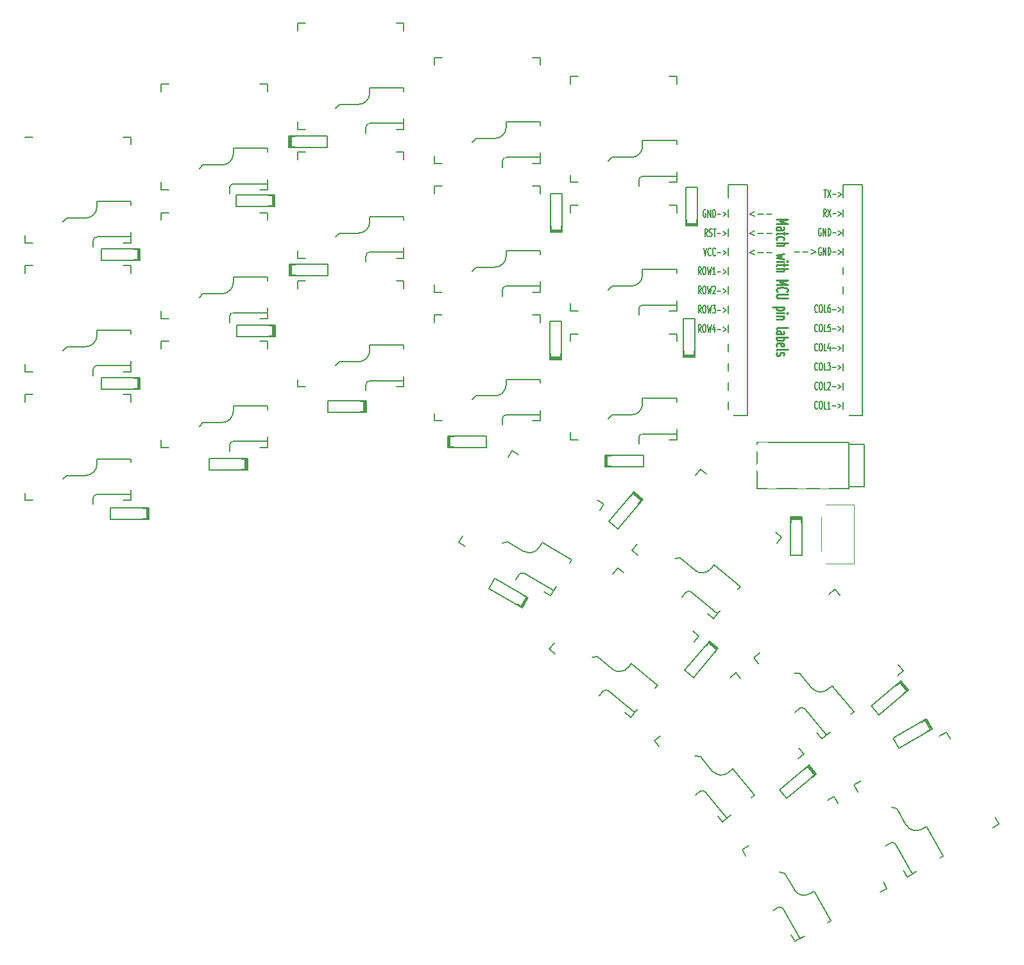
<source format=gto>
G04 #@! TF.GenerationSoftware,KiCad,Pcbnew,7.0.1-0*
G04 #@! TF.CreationDate,2023-07-03T15:41:13+02:00*
G04 #@! TF.ProjectId,helicoprion,68656c69-636f-4707-9269-6f6e2e6b6963,rev?*
G04 #@! TF.SameCoordinates,Original*
G04 #@! TF.FileFunction,Legend,Top*
G04 #@! TF.FilePolarity,Positive*
%FSLAX46Y46*%
G04 Gerber Fmt 4.6, Leading zero omitted, Abs format (unit mm)*
G04 Created by KiCad (PCBNEW 7.0.1-0) date 2023-07-03 15:41:13*
%MOMM*%
%LPD*%
G01*
G04 APERTURE LIST*
G04 Aperture macros list*
%AMRotRect*
0 Rectangle, with rotation*
0 The origin of the aperture is its center*
0 $1 length*
0 $2 width*
0 $3 Rotation angle, in degrees counterclockwise*
0 Add horizontal line*
21,1,$1,$2,0,0,$3*%
G04 Aperture macros list end*
%ADD10C,0.150000*%
%ADD11C,0.225000*%
%ADD12C,0.120000*%
%ADD13RotRect,1.600000X1.600000X50.000000*%
%ADD14C,1.600000*%
%ADD15R,1.600000X1.600000*%
%ADD16RotRect,1.600000X1.600000X330.000000*%
%ADD17RotRect,1.600000X1.600000X30.000000*%
%ADD18RotRect,1.600000X1.600000X40.000000*%
%ADD19C,1.701800*%
%ADD20C,0.990600*%
%ADD21C,3.429000*%
%ADD22C,3.000000*%
%ADD23C,3.200000*%
%ADD24R,2.600000X2.600000*%
%ADD25RotRect,2.600000X2.600000X300.000000*%
%ADD26C,2.100000*%
%ADD27RotRect,1.600000X1.200000X50.000000*%
%ADD28R,1.600000X1.200000*%
%ADD29C,2.200000*%
%ADD30R,1.200000X1.600000*%
%ADD31RotRect,2.600000X2.600000X320.000000*%
%ADD32RotRect,2.600000X2.600000X310.000000*%
%ADD33RotRect,1.600000X1.200000X330.000000*%
%ADD34RotRect,1.600000X1.200000X30.000000*%
%ADD35C,1.524000*%
%ADD36C,0.800000*%
%ADD37O,2.000000X1.600000*%
%ADD38RotRect,2.600000X2.600000X330.000000*%
%ADD39RotRect,1.600000X1.200000X40.000000*%
G04 #@! TA.AperFunction,Profile*
%ADD40C,0.100000*%
G04 #@! TD*
G04 APERTURE END LIST*
D10*
X153728600Y-57170619D02*
X153528600Y-56694428D01*
X153385743Y-57170619D02*
X153385743Y-56170619D01*
X153385743Y-56170619D02*
X153614314Y-56170619D01*
X153614314Y-56170619D02*
X153671457Y-56218238D01*
X153671457Y-56218238D02*
X153700028Y-56265857D01*
X153700028Y-56265857D02*
X153728600Y-56361095D01*
X153728600Y-56361095D02*
X153728600Y-56503952D01*
X153728600Y-56503952D02*
X153700028Y-56599190D01*
X153700028Y-56599190D02*
X153671457Y-56646809D01*
X153671457Y-56646809D02*
X153614314Y-56694428D01*
X153614314Y-56694428D02*
X153385743Y-56694428D01*
X154100028Y-56170619D02*
X154214314Y-56170619D01*
X154214314Y-56170619D02*
X154271457Y-56218238D01*
X154271457Y-56218238D02*
X154328600Y-56313476D01*
X154328600Y-56313476D02*
X154357171Y-56503952D01*
X154357171Y-56503952D02*
X154357171Y-56837285D01*
X154357171Y-56837285D02*
X154328600Y-57027761D01*
X154328600Y-57027761D02*
X154271457Y-57123000D01*
X154271457Y-57123000D02*
X154214314Y-57170619D01*
X154214314Y-57170619D02*
X154100028Y-57170619D01*
X154100028Y-57170619D02*
X154042886Y-57123000D01*
X154042886Y-57123000D02*
X153985743Y-57027761D01*
X153985743Y-57027761D02*
X153957171Y-56837285D01*
X153957171Y-56837285D02*
X153957171Y-56503952D01*
X153957171Y-56503952D02*
X153985743Y-56313476D01*
X153985743Y-56313476D02*
X154042886Y-56218238D01*
X154042886Y-56218238D02*
X154100028Y-56170619D01*
X154557171Y-56170619D02*
X154700028Y-57170619D01*
X154700028Y-57170619D02*
X154814314Y-56456333D01*
X154814314Y-56456333D02*
X154928599Y-57170619D01*
X154928599Y-57170619D02*
X155071457Y-56170619D01*
X155614313Y-57170619D02*
X155271456Y-57170619D01*
X155442885Y-57170619D02*
X155442885Y-56170619D01*
X155442885Y-56170619D02*
X155385742Y-56313476D01*
X155385742Y-56313476D02*
X155328599Y-56408714D01*
X155328599Y-56408714D02*
X155271456Y-56456333D01*
X155871457Y-56789666D02*
X156328600Y-56789666D01*
X156614314Y-56503952D02*
X157071457Y-56789666D01*
X157071457Y-56789666D02*
X156614314Y-57075380D01*
X153728600Y-59710619D02*
X153528600Y-59234428D01*
X153385743Y-59710619D02*
X153385743Y-58710619D01*
X153385743Y-58710619D02*
X153614314Y-58710619D01*
X153614314Y-58710619D02*
X153671457Y-58758238D01*
X153671457Y-58758238D02*
X153700028Y-58805857D01*
X153700028Y-58805857D02*
X153728600Y-58901095D01*
X153728600Y-58901095D02*
X153728600Y-59043952D01*
X153728600Y-59043952D02*
X153700028Y-59139190D01*
X153700028Y-59139190D02*
X153671457Y-59186809D01*
X153671457Y-59186809D02*
X153614314Y-59234428D01*
X153614314Y-59234428D02*
X153385743Y-59234428D01*
X154100028Y-58710619D02*
X154214314Y-58710619D01*
X154214314Y-58710619D02*
X154271457Y-58758238D01*
X154271457Y-58758238D02*
X154328600Y-58853476D01*
X154328600Y-58853476D02*
X154357171Y-59043952D01*
X154357171Y-59043952D02*
X154357171Y-59377285D01*
X154357171Y-59377285D02*
X154328600Y-59567761D01*
X154328600Y-59567761D02*
X154271457Y-59663000D01*
X154271457Y-59663000D02*
X154214314Y-59710619D01*
X154214314Y-59710619D02*
X154100028Y-59710619D01*
X154100028Y-59710619D02*
X154042886Y-59663000D01*
X154042886Y-59663000D02*
X153985743Y-59567761D01*
X153985743Y-59567761D02*
X153957171Y-59377285D01*
X153957171Y-59377285D02*
X153957171Y-59043952D01*
X153957171Y-59043952D02*
X153985743Y-58853476D01*
X153985743Y-58853476D02*
X154042886Y-58758238D01*
X154042886Y-58758238D02*
X154100028Y-58710619D01*
X154557171Y-58710619D02*
X154700028Y-59710619D01*
X154700028Y-59710619D02*
X154814314Y-58996333D01*
X154814314Y-58996333D02*
X154928599Y-59710619D01*
X154928599Y-59710619D02*
X155071457Y-58710619D01*
X155271456Y-58805857D02*
X155300028Y-58758238D01*
X155300028Y-58758238D02*
X155357171Y-58710619D01*
X155357171Y-58710619D02*
X155500028Y-58710619D01*
X155500028Y-58710619D02*
X155557171Y-58758238D01*
X155557171Y-58758238D02*
X155585742Y-58805857D01*
X155585742Y-58805857D02*
X155614313Y-58901095D01*
X155614313Y-58901095D02*
X155614313Y-58996333D01*
X155614313Y-58996333D02*
X155585742Y-59139190D01*
X155585742Y-59139190D02*
X155242885Y-59710619D01*
X155242885Y-59710619D02*
X155614313Y-59710619D01*
X155871457Y-59329666D02*
X156328600Y-59329666D01*
X156614314Y-59043952D02*
X157071457Y-59329666D01*
X157071457Y-59329666D02*
X156614314Y-59615380D01*
X169103600Y-62080380D02*
X169075028Y-62128000D01*
X169075028Y-62128000D02*
X168989314Y-62175619D01*
X168989314Y-62175619D02*
X168932171Y-62175619D01*
X168932171Y-62175619D02*
X168846457Y-62128000D01*
X168846457Y-62128000D02*
X168789314Y-62032761D01*
X168789314Y-62032761D02*
X168760743Y-61937523D01*
X168760743Y-61937523D02*
X168732171Y-61747047D01*
X168732171Y-61747047D02*
X168732171Y-61604190D01*
X168732171Y-61604190D02*
X168760743Y-61413714D01*
X168760743Y-61413714D02*
X168789314Y-61318476D01*
X168789314Y-61318476D02*
X168846457Y-61223238D01*
X168846457Y-61223238D02*
X168932171Y-61175619D01*
X168932171Y-61175619D02*
X168989314Y-61175619D01*
X168989314Y-61175619D02*
X169075028Y-61223238D01*
X169075028Y-61223238D02*
X169103600Y-61270857D01*
X169475028Y-61175619D02*
X169589314Y-61175619D01*
X169589314Y-61175619D02*
X169646457Y-61223238D01*
X169646457Y-61223238D02*
X169703600Y-61318476D01*
X169703600Y-61318476D02*
X169732171Y-61508952D01*
X169732171Y-61508952D02*
X169732171Y-61842285D01*
X169732171Y-61842285D02*
X169703600Y-62032761D01*
X169703600Y-62032761D02*
X169646457Y-62128000D01*
X169646457Y-62128000D02*
X169589314Y-62175619D01*
X169589314Y-62175619D02*
X169475028Y-62175619D01*
X169475028Y-62175619D02*
X169417886Y-62128000D01*
X169417886Y-62128000D02*
X169360743Y-62032761D01*
X169360743Y-62032761D02*
X169332171Y-61842285D01*
X169332171Y-61842285D02*
X169332171Y-61508952D01*
X169332171Y-61508952D02*
X169360743Y-61318476D01*
X169360743Y-61318476D02*
X169417886Y-61223238D01*
X169417886Y-61223238D02*
X169475028Y-61175619D01*
X170275028Y-62175619D02*
X169989314Y-62175619D01*
X169989314Y-62175619D02*
X169989314Y-61175619D01*
X170732171Y-61175619D02*
X170617885Y-61175619D01*
X170617885Y-61175619D02*
X170560742Y-61223238D01*
X170560742Y-61223238D02*
X170532171Y-61270857D01*
X170532171Y-61270857D02*
X170475028Y-61413714D01*
X170475028Y-61413714D02*
X170446456Y-61604190D01*
X170446456Y-61604190D02*
X170446456Y-61985142D01*
X170446456Y-61985142D02*
X170475028Y-62080380D01*
X170475028Y-62080380D02*
X170503599Y-62128000D01*
X170503599Y-62128000D02*
X170560742Y-62175619D01*
X170560742Y-62175619D02*
X170675028Y-62175619D01*
X170675028Y-62175619D02*
X170732171Y-62128000D01*
X170732171Y-62128000D02*
X170760742Y-62080380D01*
X170760742Y-62080380D02*
X170789313Y-61985142D01*
X170789313Y-61985142D02*
X170789313Y-61747047D01*
X170789313Y-61747047D02*
X170760742Y-61651809D01*
X170760742Y-61651809D02*
X170732171Y-61604190D01*
X170732171Y-61604190D02*
X170675028Y-61556571D01*
X170675028Y-61556571D02*
X170560742Y-61556571D01*
X170560742Y-61556571D02*
X170503599Y-61604190D01*
X170503599Y-61604190D02*
X170475028Y-61651809D01*
X170475028Y-61651809D02*
X170446456Y-61747047D01*
X171046457Y-61794666D02*
X171503600Y-61794666D01*
X171789314Y-61508952D02*
X172246457Y-61794666D01*
X172246457Y-61794666D02*
X171789314Y-62080380D01*
X169103600Y-74805380D02*
X169075028Y-74853000D01*
X169075028Y-74853000D02*
X168989314Y-74900619D01*
X168989314Y-74900619D02*
X168932171Y-74900619D01*
X168932171Y-74900619D02*
X168846457Y-74853000D01*
X168846457Y-74853000D02*
X168789314Y-74757761D01*
X168789314Y-74757761D02*
X168760743Y-74662523D01*
X168760743Y-74662523D02*
X168732171Y-74472047D01*
X168732171Y-74472047D02*
X168732171Y-74329190D01*
X168732171Y-74329190D02*
X168760743Y-74138714D01*
X168760743Y-74138714D02*
X168789314Y-74043476D01*
X168789314Y-74043476D02*
X168846457Y-73948238D01*
X168846457Y-73948238D02*
X168932171Y-73900619D01*
X168932171Y-73900619D02*
X168989314Y-73900619D01*
X168989314Y-73900619D02*
X169075028Y-73948238D01*
X169075028Y-73948238D02*
X169103600Y-73995857D01*
X169475028Y-73900619D02*
X169589314Y-73900619D01*
X169589314Y-73900619D02*
X169646457Y-73948238D01*
X169646457Y-73948238D02*
X169703600Y-74043476D01*
X169703600Y-74043476D02*
X169732171Y-74233952D01*
X169732171Y-74233952D02*
X169732171Y-74567285D01*
X169732171Y-74567285D02*
X169703600Y-74757761D01*
X169703600Y-74757761D02*
X169646457Y-74853000D01*
X169646457Y-74853000D02*
X169589314Y-74900619D01*
X169589314Y-74900619D02*
X169475028Y-74900619D01*
X169475028Y-74900619D02*
X169417886Y-74853000D01*
X169417886Y-74853000D02*
X169360743Y-74757761D01*
X169360743Y-74757761D02*
X169332171Y-74567285D01*
X169332171Y-74567285D02*
X169332171Y-74233952D01*
X169332171Y-74233952D02*
X169360743Y-74043476D01*
X169360743Y-74043476D02*
X169417886Y-73948238D01*
X169417886Y-73948238D02*
X169475028Y-73900619D01*
X170275028Y-74900619D02*
X169989314Y-74900619D01*
X169989314Y-74900619D02*
X169989314Y-73900619D01*
X170789313Y-74900619D02*
X170446456Y-74900619D01*
X170617885Y-74900619D02*
X170617885Y-73900619D01*
X170617885Y-73900619D02*
X170560742Y-74043476D01*
X170560742Y-74043476D02*
X170503599Y-74138714D01*
X170503599Y-74138714D02*
X170446456Y-74186333D01*
X171046457Y-74519666D02*
X171503600Y-74519666D01*
X171789314Y-74233952D02*
X172246457Y-74519666D01*
X172246457Y-74519666D02*
X171789314Y-74805380D01*
X169103600Y-64625380D02*
X169075028Y-64673000D01*
X169075028Y-64673000D02*
X168989314Y-64720619D01*
X168989314Y-64720619D02*
X168932171Y-64720619D01*
X168932171Y-64720619D02*
X168846457Y-64673000D01*
X168846457Y-64673000D02*
X168789314Y-64577761D01*
X168789314Y-64577761D02*
X168760743Y-64482523D01*
X168760743Y-64482523D02*
X168732171Y-64292047D01*
X168732171Y-64292047D02*
X168732171Y-64149190D01*
X168732171Y-64149190D02*
X168760743Y-63958714D01*
X168760743Y-63958714D02*
X168789314Y-63863476D01*
X168789314Y-63863476D02*
X168846457Y-63768238D01*
X168846457Y-63768238D02*
X168932171Y-63720619D01*
X168932171Y-63720619D02*
X168989314Y-63720619D01*
X168989314Y-63720619D02*
X169075028Y-63768238D01*
X169075028Y-63768238D02*
X169103600Y-63815857D01*
X169475028Y-63720619D02*
X169589314Y-63720619D01*
X169589314Y-63720619D02*
X169646457Y-63768238D01*
X169646457Y-63768238D02*
X169703600Y-63863476D01*
X169703600Y-63863476D02*
X169732171Y-64053952D01*
X169732171Y-64053952D02*
X169732171Y-64387285D01*
X169732171Y-64387285D02*
X169703600Y-64577761D01*
X169703600Y-64577761D02*
X169646457Y-64673000D01*
X169646457Y-64673000D02*
X169589314Y-64720619D01*
X169589314Y-64720619D02*
X169475028Y-64720619D01*
X169475028Y-64720619D02*
X169417886Y-64673000D01*
X169417886Y-64673000D02*
X169360743Y-64577761D01*
X169360743Y-64577761D02*
X169332171Y-64387285D01*
X169332171Y-64387285D02*
X169332171Y-64053952D01*
X169332171Y-64053952D02*
X169360743Y-63863476D01*
X169360743Y-63863476D02*
X169417886Y-63768238D01*
X169417886Y-63768238D02*
X169475028Y-63720619D01*
X170275028Y-64720619D02*
X169989314Y-64720619D01*
X169989314Y-64720619D02*
X169989314Y-63720619D01*
X170760742Y-63720619D02*
X170475028Y-63720619D01*
X170475028Y-63720619D02*
X170446456Y-64196809D01*
X170446456Y-64196809D02*
X170475028Y-64149190D01*
X170475028Y-64149190D02*
X170532171Y-64101571D01*
X170532171Y-64101571D02*
X170675028Y-64101571D01*
X170675028Y-64101571D02*
X170732171Y-64149190D01*
X170732171Y-64149190D02*
X170760742Y-64196809D01*
X170760742Y-64196809D02*
X170789313Y-64292047D01*
X170789313Y-64292047D02*
X170789313Y-64530142D01*
X170789313Y-64530142D02*
X170760742Y-64625380D01*
X170760742Y-64625380D02*
X170732171Y-64673000D01*
X170732171Y-64673000D02*
X170675028Y-64720619D01*
X170675028Y-64720619D02*
X170532171Y-64720619D01*
X170532171Y-64720619D02*
X170475028Y-64673000D01*
X170475028Y-64673000D02*
X170446456Y-64625380D01*
X171046457Y-64339666D02*
X171503600Y-64339666D01*
X171789314Y-64053952D02*
X172246457Y-64339666D01*
X172246457Y-64339666D02*
X171789314Y-64625380D01*
X153728600Y-62250619D02*
X153528600Y-61774428D01*
X153385743Y-62250619D02*
X153385743Y-61250619D01*
X153385743Y-61250619D02*
X153614314Y-61250619D01*
X153614314Y-61250619D02*
X153671457Y-61298238D01*
X153671457Y-61298238D02*
X153700028Y-61345857D01*
X153700028Y-61345857D02*
X153728600Y-61441095D01*
X153728600Y-61441095D02*
X153728600Y-61583952D01*
X153728600Y-61583952D02*
X153700028Y-61679190D01*
X153700028Y-61679190D02*
X153671457Y-61726809D01*
X153671457Y-61726809D02*
X153614314Y-61774428D01*
X153614314Y-61774428D02*
X153385743Y-61774428D01*
X154100028Y-61250619D02*
X154214314Y-61250619D01*
X154214314Y-61250619D02*
X154271457Y-61298238D01*
X154271457Y-61298238D02*
X154328600Y-61393476D01*
X154328600Y-61393476D02*
X154357171Y-61583952D01*
X154357171Y-61583952D02*
X154357171Y-61917285D01*
X154357171Y-61917285D02*
X154328600Y-62107761D01*
X154328600Y-62107761D02*
X154271457Y-62203000D01*
X154271457Y-62203000D02*
X154214314Y-62250619D01*
X154214314Y-62250619D02*
X154100028Y-62250619D01*
X154100028Y-62250619D02*
X154042886Y-62203000D01*
X154042886Y-62203000D02*
X153985743Y-62107761D01*
X153985743Y-62107761D02*
X153957171Y-61917285D01*
X153957171Y-61917285D02*
X153957171Y-61583952D01*
X153957171Y-61583952D02*
X153985743Y-61393476D01*
X153985743Y-61393476D02*
X154042886Y-61298238D01*
X154042886Y-61298238D02*
X154100028Y-61250619D01*
X154557171Y-61250619D02*
X154700028Y-62250619D01*
X154700028Y-62250619D02*
X154814314Y-61536333D01*
X154814314Y-61536333D02*
X154928599Y-62250619D01*
X154928599Y-62250619D02*
X155071457Y-61250619D01*
X155242885Y-61250619D02*
X155614313Y-61250619D01*
X155614313Y-61250619D02*
X155414313Y-61631571D01*
X155414313Y-61631571D02*
X155500028Y-61631571D01*
X155500028Y-61631571D02*
X155557171Y-61679190D01*
X155557171Y-61679190D02*
X155585742Y-61726809D01*
X155585742Y-61726809D02*
X155614313Y-61822047D01*
X155614313Y-61822047D02*
X155614313Y-62060142D01*
X155614313Y-62060142D02*
X155585742Y-62155380D01*
X155585742Y-62155380D02*
X155557171Y-62203000D01*
X155557171Y-62203000D02*
X155500028Y-62250619D01*
X155500028Y-62250619D02*
X155328599Y-62250619D01*
X155328599Y-62250619D02*
X155271456Y-62203000D01*
X155271456Y-62203000D02*
X155242885Y-62155380D01*
X155871457Y-61869666D02*
X156328600Y-61869666D01*
X156614314Y-61583952D02*
X157071457Y-61869666D01*
X157071457Y-61869666D02*
X156614314Y-62155380D01*
X160803600Y-48875952D02*
X160117885Y-49161666D01*
X160117885Y-49161666D02*
X160803600Y-49447380D01*
X161232171Y-49161666D02*
X161917886Y-49161666D01*
X162346457Y-49161666D02*
X163032172Y-49161666D01*
X154060742Y-53662619D02*
X154260742Y-54662619D01*
X154260742Y-54662619D02*
X154460742Y-53662619D01*
X155003600Y-54567380D02*
X154975028Y-54615000D01*
X154975028Y-54615000D02*
X154889314Y-54662619D01*
X154889314Y-54662619D02*
X154832171Y-54662619D01*
X154832171Y-54662619D02*
X154746457Y-54615000D01*
X154746457Y-54615000D02*
X154689314Y-54519761D01*
X154689314Y-54519761D02*
X154660743Y-54424523D01*
X154660743Y-54424523D02*
X154632171Y-54234047D01*
X154632171Y-54234047D02*
X154632171Y-54091190D01*
X154632171Y-54091190D02*
X154660743Y-53900714D01*
X154660743Y-53900714D02*
X154689314Y-53805476D01*
X154689314Y-53805476D02*
X154746457Y-53710238D01*
X154746457Y-53710238D02*
X154832171Y-53662619D01*
X154832171Y-53662619D02*
X154889314Y-53662619D01*
X154889314Y-53662619D02*
X154975028Y-53710238D01*
X154975028Y-53710238D02*
X155003600Y-53757857D01*
X155603600Y-54567380D02*
X155575028Y-54615000D01*
X155575028Y-54615000D02*
X155489314Y-54662619D01*
X155489314Y-54662619D02*
X155432171Y-54662619D01*
X155432171Y-54662619D02*
X155346457Y-54615000D01*
X155346457Y-54615000D02*
X155289314Y-54519761D01*
X155289314Y-54519761D02*
X155260743Y-54424523D01*
X155260743Y-54424523D02*
X155232171Y-54234047D01*
X155232171Y-54234047D02*
X155232171Y-54091190D01*
X155232171Y-54091190D02*
X155260743Y-53900714D01*
X155260743Y-53900714D02*
X155289314Y-53805476D01*
X155289314Y-53805476D02*
X155346457Y-53710238D01*
X155346457Y-53710238D02*
X155432171Y-53662619D01*
X155432171Y-53662619D02*
X155489314Y-53662619D01*
X155489314Y-53662619D02*
X155575028Y-53710238D01*
X155575028Y-53710238D02*
X155603600Y-53757857D01*
X155860743Y-54281666D02*
X156317886Y-54281666D01*
X156603600Y-53995952D02*
X157060743Y-54281666D01*
X157060743Y-54281666D02*
X156603600Y-54567380D01*
X166017027Y-54169666D02*
X166702742Y-54169666D01*
X167131313Y-54169666D02*
X167817028Y-54169666D01*
X168245599Y-53883952D02*
X168931314Y-54169666D01*
X168931314Y-54169666D02*
X168245599Y-54455380D01*
X154575028Y-52122619D02*
X154375028Y-51646428D01*
X154232171Y-52122619D02*
X154232171Y-51122619D01*
X154232171Y-51122619D02*
X154460742Y-51122619D01*
X154460742Y-51122619D02*
X154517885Y-51170238D01*
X154517885Y-51170238D02*
X154546456Y-51217857D01*
X154546456Y-51217857D02*
X154575028Y-51313095D01*
X154575028Y-51313095D02*
X154575028Y-51455952D01*
X154575028Y-51455952D02*
X154546456Y-51551190D01*
X154546456Y-51551190D02*
X154517885Y-51598809D01*
X154517885Y-51598809D02*
X154460742Y-51646428D01*
X154460742Y-51646428D02*
X154232171Y-51646428D01*
X154803599Y-52075000D02*
X154889314Y-52122619D01*
X154889314Y-52122619D02*
X155032171Y-52122619D01*
X155032171Y-52122619D02*
X155089314Y-52075000D01*
X155089314Y-52075000D02*
X155117885Y-52027380D01*
X155117885Y-52027380D02*
X155146456Y-51932142D01*
X155146456Y-51932142D02*
X155146456Y-51836904D01*
X155146456Y-51836904D02*
X155117885Y-51741666D01*
X155117885Y-51741666D02*
X155089314Y-51694047D01*
X155089314Y-51694047D02*
X155032171Y-51646428D01*
X155032171Y-51646428D02*
X154917885Y-51598809D01*
X154917885Y-51598809D02*
X154860742Y-51551190D01*
X154860742Y-51551190D02*
X154832171Y-51503571D01*
X154832171Y-51503571D02*
X154803599Y-51408333D01*
X154803599Y-51408333D02*
X154803599Y-51313095D01*
X154803599Y-51313095D02*
X154832171Y-51217857D01*
X154832171Y-51217857D02*
X154860742Y-51170238D01*
X154860742Y-51170238D02*
X154917885Y-51122619D01*
X154917885Y-51122619D02*
X155060742Y-51122619D01*
X155060742Y-51122619D02*
X155146456Y-51170238D01*
X155317885Y-51122619D02*
X155660743Y-51122619D01*
X155489314Y-52122619D02*
X155489314Y-51122619D01*
X155860743Y-51741666D02*
X156317886Y-51741666D01*
X156603600Y-51455952D02*
X157060743Y-51741666D01*
X157060743Y-51741666D02*
X156603600Y-52027380D01*
X153728600Y-64790619D02*
X153528600Y-64314428D01*
X153385743Y-64790619D02*
X153385743Y-63790619D01*
X153385743Y-63790619D02*
X153614314Y-63790619D01*
X153614314Y-63790619D02*
X153671457Y-63838238D01*
X153671457Y-63838238D02*
X153700028Y-63885857D01*
X153700028Y-63885857D02*
X153728600Y-63981095D01*
X153728600Y-63981095D02*
X153728600Y-64123952D01*
X153728600Y-64123952D02*
X153700028Y-64219190D01*
X153700028Y-64219190D02*
X153671457Y-64266809D01*
X153671457Y-64266809D02*
X153614314Y-64314428D01*
X153614314Y-64314428D02*
X153385743Y-64314428D01*
X154100028Y-63790619D02*
X154214314Y-63790619D01*
X154214314Y-63790619D02*
X154271457Y-63838238D01*
X154271457Y-63838238D02*
X154328600Y-63933476D01*
X154328600Y-63933476D02*
X154357171Y-64123952D01*
X154357171Y-64123952D02*
X154357171Y-64457285D01*
X154357171Y-64457285D02*
X154328600Y-64647761D01*
X154328600Y-64647761D02*
X154271457Y-64743000D01*
X154271457Y-64743000D02*
X154214314Y-64790619D01*
X154214314Y-64790619D02*
X154100028Y-64790619D01*
X154100028Y-64790619D02*
X154042886Y-64743000D01*
X154042886Y-64743000D02*
X153985743Y-64647761D01*
X153985743Y-64647761D02*
X153957171Y-64457285D01*
X153957171Y-64457285D02*
X153957171Y-64123952D01*
X153957171Y-64123952D02*
X153985743Y-63933476D01*
X153985743Y-63933476D02*
X154042886Y-63838238D01*
X154042886Y-63838238D02*
X154100028Y-63790619D01*
X154557171Y-63790619D02*
X154700028Y-64790619D01*
X154700028Y-64790619D02*
X154814314Y-64076333D01*
X154814314Y-64076333D02*
X154928599Y-64790619D01*
X154928599Y-64790619D02*
X155071457Y-63790619D01*
X155557171Y-64123952D02*
X155557171Y-64790619D01*
X155414313Y-63743000D02*
X155271456Y-64457285D01*
X155271456Y-64457285D02*
X155642885Y-64457285D01*
X155871457Y-64409666D02*
X156328600Y-64409666D01*
X156614314Y-64123952D02*
X157071457Y-64409666D01*
X157071457Y-64409666D02*
X156614314Y-64695380D01*
X170242885Y-49522619D02*
X170042885Y-49046428D01*
X169900028Y-49522619D02*
X169900028Y-48522619D01*
X169900028Y-48522619D02*
X170128599Y-48522619D01*
X170128599Y-48522619D02*
X170185742Y-48570238D01*
X170185742Y-48570238D02*
X170214313Y-48617857D01*
X170214313Y-48617857D02*
X170242885Y-48713095D01*
X170242885Y-48713095D02*
X170242885Y-48855952D01*
X170242885Y-48855952D02*
X170214313Y-48951190D01*
X170214313Y-48951190D02*
X170185742Y-48998809D01*
X170185742Y-48998809D02*
X170128599Y-49046428D01*
X170128599Y-49046428D02*
X169900028Y-49046428D01*
X170442885Y-48522619D02*
X170842885Y-49522619D01*
X170842885Y-48522619D02*
X170442885Y-49522619D01*
X171071457Y-49141666D02*
X171528600Y-49141666D01*
X171814314Y-48855952D02*
X172271457Y-49141666D01*
X172271457Y-49141666D02*
X171814314Y-49427380D01*
D11*
X163649671Y-49869428D02*
X165149671Y-49869428D01*
X165149671Y-49869428D02*
X164078242Y-50169428D01*
X164078242Y-50169428D02*
X165149671Y-50469428D01*
X165149671Y-50469428D02*
X163649671Y-50469428D01*
X163649671Y-51283714D02*
X164435385Y-51283714D01*
X164435385Y-51283714D02*
X164578242Y-51240856D01*
X164578242Y-51240856D02*
X164649671Y-51155142D01*
X164649671Y-51155142D02*
X164649671Y-50983714D01*
X164649671Y-50983714D02*
X164578242Y-50897999D01*
X163721100Y-51283714D02*
X163649671Y-51197999D01*
X163649671Y-51197999D02*
X163649671Y-50983714D01*
X163649671Y-50983714D02*
X163721100Y-50897999D01*
X163721100Y-50897999D02*
X163863957Y-50855142D01*
X163863957Y-50855142D02*
X164006814Y-50855142D01*
X164006814Y-50855142D02*
X164149671Y-50897999D01*
X164149671Y-50897999D02*
X164221100Y-50983714D01*
X164221100Y-50983714D02*
X164221100Y-51197999D01*
X164221100Y-51197999D02*
X164292528Y-51283714D01*
X164649671Y-51583714D02*
X164649671Y-51926571D01*
X165149671Y-51712285D02*
X163863957Y-51712285D01*
X163863957Y-51712285D02*
X163721100Y-51755142D01*
X163721100Y-51755142D02*
X163649671Y-51840857D01*
X163649671Y-51840857D02*
X163649671Y-51926571D01*
X163721100Y-52612286D02*
X163649671Y-52526571D01*
X163649671Y-52526571D02*
X163649671Y-52355143D01*
X163649671Y-52355143D02*
X163721100Y-52269428D01*
X163721100Y-52269428D02*
X163792528Y-52226571D01*
X163792528Y-52226571D02*
X163935385Y-52183714D01*
X163935385Y-52183714D02*
X164363957Y-52183714D01*
X164363957Y-52183714D02*
X164506814Y-52226571D01*
X164506814Y-52226571D02*
X164578242Y-52269428D01*
X164578242Y-52269428D02*
X164649671Y-52355143D01*
X164649671Y-52355143D02*
X164649671Y-52526571D01*
X164649671Y-52526571D02*
X164578242Y-52612286D01*
X163649671Y-52998000D02*
X165149671Y-52998000D01*
X163649671Y-53383715D02*
X164435385Y-53383715D01*
X164435385Y-53383715D02*
X164578242Y-53340857D01*
X164578242Y-53340857D02*
X164649671Y-53255143D01*
X164649671Y-53255143D02*
X164649671Y-53126572D01*
X164649671Y-53126572D02*
X164578242Y-53040857D01*
X164578242Y-53040857D02*
X164506814Y-52998000D01*
X164649671Y-54412286D02*
X163649671Y-54583715D01*
X163649671Y-54583715D02*
X164363957Y-54755143D01*
X164363957Y-54755143D02*
X163649671Y-54926572D01*
X163649671Y-54926572D02*
X164649671Y-55098000D01*
X163649671Y-55440857D02*
X164649671Y-55440857D01*
X165149671Y-55440857D02*
X165078242Y-55398000D01*
X165078242Y-55398000D02*
X165006814Y-55440857D01*
X165006814Y-55440857D02*
X165078242Y-55483714D01*
X165078242Y-55483714D02*
X165149671Y-55440857D01*
X165149671Y-55440857D02*
X165006814Y-55440857D01*
X164649671Y-55740857D02*
X164649671Y-56083714D01*
X165149671Y-55869428D02*
X163863957Y-55869428D01*
X163863957Y-55869428D02*
X163721100Y-55912285D01*
X163721100Y-55912285D02*
X163649671Y-55998000D01*
X163649671Y-55998000D02*
X163649671Y-56083714D01*
X163649671Y-56383714D02*
X165149671Y-56383714D01*
X163649671Y-56769429D02*
X164435385Y-56769429D01*
X164435385Y-56769429D02*
X164578242Y-56726571D01*
X164578242Y-56726571D02*
X164649671Y-56640857D01*
X164649671Y-56640857D02*
X164649671Y-56512286D01*
X164649671Y-56512286D02*
X164578242Y-56426571D01*
X164578242Y-56426571D02*
X164506814Y-56383714D01*
X163649671Y-57883714D02*
X165149671Y-57883714D01*
X165149671Y-57883714D02*
X164078242Y-58183714D01*
X164078242Y-58183714D02*
X165149671Y-58483714D01*
X165149671Y-58483714D02*
X163649671Y-58483714D01*
X163792528Y-59426571D02*
X163721100Y-59383714D01*
X163721100Y-59383714D02*
X163649671Y-59255142D01*
X163649671Y-59255142D02*
X163649671Y-59169428D01*
X163649671Y-59169428D02*
X163721100Y-59040857D01*
X163721100Y-59040857D02*
X163863957Y-58955142D01*
X163863957Y-58955142D02*
X164006814Y-58912285D01*
X164006814Y-58912285D02*
X164292528Y-58869428D01*
X164292528Y-58869428D02*
X164506814Y-58869428D01*
X164506814Y-58869428D02*
X164792528Y-58912285D01*
X164792528Y-58912285D02*
X164935385Y-58955142D01*
X164935385Y-58955142D02*
X165078242Y-59040857D01*
X165078242Y-59040857D02*
X165149671Y-59169428D01*
X165149671Y-59169428D02*
X165149671Y-59255142D01*
X165149671Y-59255142D02*
X165078242Y-59383714D01*
X165078242Y-59383714D02*
X165006814Y-59426571D01*
X165149671Y-59812285D02*
X163935385Y-59812285D01*
X163935385Y-59812285D02*
X163792528Y-59855142D01*
X163792528Y-59855142D02*
X163721100Y-59898000D01*
X163721100Y-59898000D02*
X163649671Y-59983714D01*
X163649671Y-59983714D02*
X163649671Y-60155142D01*
X163649671Y-60155142D02*
X163721100Y-60240857D01*
X163721100Y-60240857D02*
X163792528Y-60283714D01*
X163792528Y-60283714D02*
X163935385Y-60326571D01*
X163935385Y-60326571D02*
X165149671Y-60326571D01*
X164649671Y-61440856D02*
X163149671Y-61440856D01*
X164578242Y-61440856D02*
X164649671Y-61526571D01*
X164649671Y-61526571D02*
X164649671Y-61697999D01*
X164649671Y-61697999D02*
X164578242Y-61783713D01*
X164578242Y-61783713D02*
X164506814Y-61826571D01*
X164506814Y-61826571D02*
X164363957Y-61869428D01*
X164363957Y-61869428D02*
X163935385Y-61869428D01*
X163935385Y-61869428D02*
X163792528Y-61826571D01*
X163792528Y-61826571D02*
X163721100Y-61783713D01*
X163721100Y-61783713D02*
X163649671Y-61697999D01*
X163649671Y-61697999D02*
X163649671Y-61526571D01*
X163649671Y-61526571D02*
X163721100Y-61440856D01*
X163649671Y-62255142D02*
X164649671Y-62255142D01*
X165149671Y-62255142D02*
X165078242Y-62212285D01*
X165078242Y-62212285D02*
X165006814Y-62255142D01*
X165006814Y-62255142D02*
X165078242Y-62297999D01*
X165078242Y-62297999D02*
X165149671Y-62255142D01*
X165149671Y-62255142D02*
X165006814Y-62255142D01*
X164649671Y-62683713D02*
X163649671Y-62683713D01*
X164506814Y-62683713D02*
X164578242Y-62726570D01*
X164578242Y-62726570D02*
X164649671Y-62812285D01*
X164649671Y-62812285D02*
X164649671Y-62940856D01*
X164649671Y-62940856D02*
X164578242Y-63026570D01*
X164578242Y-63026570D02*
X164435385Y-63069428D01*
X164435385Y-63069428D02*
X163649671Y-63069428D01*
X163649671Y-64312285D02*
X163721100Y-64226570D01*
X163721100Y-64226570D02*
X163863957Y-64183713D01*
X163863957Y-64183713D02*
X165149671Y-64183713D01*
X163649671Y-65040857D02*
X164435385Y-65040857D01*
X164435385Y-65040857D02*
X164578242Y-64997999D01*
X164578242Y-64997999D02*
X164649671Y-64912285D01*
X164649671Y-64912285D02*
X164649671Y-64740857D01*
X164649671Y-64740857D02*
X164578242Y-64655142D01*
X163721100Y-65040857D02*
X163649671Y-64955142D01*
X163649671Y-64955142D02*
X163649671Y-64740857D01*
X163649671Y-64740857D02*
X163721100Y-64655142D01*
X163721100Y-64655142D02*
X163863957Y-64612285D01*
X163863957Y-64612285D02*
X164006814Y-64612285D01*
X164006814Y-64612285D02*
X164149671Y-64655142D01*
X164149671Y-64655142D02*
X164221100Y-64740857D01*
X164221100Y-64740857D02*
X164221100Y-64955142D01*
X164221100Y-64955142D02*
X164292528Y-65040857D01*
X163649671Y-65469428D02*
X165149671Y-65469428D01*
X164578242Y-65469428D02*
X164649671Y-65555143D01*
X164649671Y-65555143D02*
X164649671Y-65726571D01*
X164649671Y-65726571D02*
X164578242Y-65812285D01*
X164578242Y-65812285D02*
X164506814Y-65855143D01*
X164506814Y-65855143D02*
X164363957Y-65898000D01*
X164363957Y-65898000D02*
X163935385Y-65898000D01*
X163935385Y-65898000D02*
X163792528Y-65855143D01*
X163792528Y-65855143D02*
X163721100Y-65812285D01*
X163721100Y-65812285D02*
X163649671Y-65726571D01*
X163649671Y-65726571D02*
X163649671Y-65555143D01*
X163649671Y-65555143D02*
X163721100Y-65469428D01*
X163721100Y-66626571D02*
X163649671Y-66540857D01*
X163649671Y-66540857D02*
X163649671Y-66369429D01*
X163649671Y-66369429D02*
X163721100Y-66283714D01*
X163721100Y-66283714D02*
X163863957Y-66240857D01*
X163863957Y-66240857D02*
X164435385Y-66240857D01*
X164435385Y-66240857D02*
X164578242Y-66283714D01*
X164578242Y-66283714D02*
X164649671Y-66369429D01*
X164649671Y-66369429D02*
X164649671Y-66540857D01*
X164649671Y-66540857D02*
X164578242Y-66626571D01*
X164578242Y-66626571D02*
X164435385Y-66669429D01*
X164435385Y-66669429D02*
X164292528Y-66669429D01*
X164292528Y-66669429D02*
X164149671Y-66240857D01*
X163649671Y-67183715D02*
X163721100Y-67098000D01*
X163721100Y-67098000D02*
X163863957Y-67055143D01*
X163863957Y-67055143D02*
X165149671Y-67055143D01*
X163721100Y-67483715D02*
X163649671Y-67569429D01*
X163649671Y-67569429D02*
X163649671Y-67740858D01*
X163649671Y-67740858D02*
X163721100Y-67826572D01*
X163721100Y-67826572D02*
X163863957Y-67869429D01*
X163863957Y-67869429D02*
X163935385Y-67869429D01*
X163935385Y-67869429D02*
X164078242Y-67826572D01*
X164078242Y-67826572D02*
X164149671Y-67740858D01*
X164149671Y-67740858D02*
X164149671Y-67612287D01*
X164149671Y-67612287D02*
X164221100Y-67526572D01*
X164221100Y-67526572D02*
X164363957Y-67483715D01*
X164363957Y-67483715D02*
X164435385Y-67483715D01*
X164435385Y-67483715D02*
X164578242Y-67526572D01*
X164578242Y-67526572D02*
X164649671Y-67612287D01*
X164649671Y-67612287D02*
X164649671Y-67740858D01*
X164649671Y-67740858D02*
X164578242Y-67826572D01*
D10*
X169103600Y-69715380D02*
X169075028Y-69763000D01*
X169075028Y-69763000D02*
X168989314Y-69810619D01*
X168989314Y-69810619D02*
X168932171Y-69810619D01*
X168932171Y-69810619D02*
X168846457Y-69763000D01*
X168846457Y-69763000D02*
X168789314Y-69667761D01*
X168789314Y-69667761D02*
X168760743Y-69572523D01*
X168760743Y-69572523D02*
X168732171Y-69382047D01*
X168732171Y-69382047D02*
X168732171Y-69239190D01*
X168732171Y-69239190D02*
X168760743Y-69048714D01*
X168760743Y-69048714D02*
X168789314Y-68953476D01*
X168789314Y-68953476D02*
X168846457Y-68858238D01*
X168846457Y-68858238D02*
X168932171Y-68810619D01*
X168932171Y-68810619D02*
X168989314Y-68810619D01*
X168989314Y-68810619D02*
X169075028Y-68858238D01*
X169075028Y-68858238D02*
X169103600Y-68905857D01*
X169475028Y-68810619D02*
X169589314Y-68810619D01*
X169589314Y-68810619D02*
X169646457Y-68858238D01*
X169646457Y-68858238D02*
X169703600Y-68953476D01*
X169703600Y-68953476D02*
X169732171Y-69143952D01*
X169732171Y-69143952D02*
X169732171Y-69477285D01*
X169732171Y-69477285D02*
X169703600Y-69667761D01*
X169703600Y-69667761D02*
X169646457Y-69763000D01*
X169646457Y-69763000D02*
X169589314Y-69810619D01*
X169589314Y-69810619D02*
X169475028Y-69810619D01*
X169475028Y-69810619D02*
X169417886Y-69763000D01*
X169417886Y-69763000D02*
X169360743Y-69667761D01*
X169360743Y-69667761D02*
X169332171Y-69477285D01*
X169332171Y-69477285D02*
X169332171Y-69143952D01*
X169332171Y-69143952D02*
X169360743Y-68953476D01*
X169360743Y-68953476D02*
X169417886Y-68858238D01*
X169417886Y-68858238D02*
X169475028Y-68810619D01*
X170275028Y-69810619D02*
X169989314Y-69810619D01*
X169989314Y-69810619D02*
X169989314Y-68810619D01*
X170417885Y-68810619D02*
X170789313Y-68810619D01*
X170789313Y-68810619D02*
X170589313Y-69191571D01*
X170589313Y-69191571D02*
X170675028Y-69191571D01*
X170675028Y-69191571D02*
X170732171Y-69239190D01*
X170732171Y-69239190D02*
X170760742Y-69286809D01*
X170760742Y-69286809D02*
X170789313Y-69382047D01*
X170789313Y-69382047D02*
X170789313Y-69620142D01*
X170789313Y-69620142D02*
X170760742Y-69715380D01*
X170760742Y-69715380D02*
X170732171Y-69763000D01*
X170732171Y-69763000D02*
X170675028Y-69810619D01*
X170675028Y-69810619D02*
X170503599Y-69810619D01*
X170503599Y-69810619D02*
X170446456Y-69763000D01*
X170446456Y-69763000D02*
X170417885Y-69715380D01*
X171046457Y-69429666D02*
X171503600Y-69429666D01*
X171789314Y-69143952D02*
X172246457Y-69429666D01*
X172246457Y-69429666D02*
X171789314Y-69715380D01*
X169557171Y-51110238D02*
X169500029Y-51062619D01*
X169500029Y-51062619D02*
X169414314Y-51062619D01*
X169414314Y-51062619D02*
X169328600Y-51110238D01*
X169328600Y-51110238D02*
X169271457Y-51205476D01*
X169271457Y-51205476D02*
X169242886Y-51300714D01*
X169242886Y-51300714D02*
X169214314Y-51491190D01*
X169214314Y-51491190D02*
X169214314Y-51634047D01*
X169214314Y-51634047D02*
X169242886Y-51824523D01*
X169242886Y-51824523D02*
X169271457Y-51919761D01*
X169271457Y-51919761D02*
X169328600Y-52015000D01*
X169328600Y-52015000D02*
X169414314Y-52062619D01*
X169414314Y-52062619D02*
X169471457Y-52062619D01*
X169471457Y-52062619D02*
X169557171Y-52015000D01*
X169557171Y-52015000D02*
X169585743Y-51967380D01*
X169585743Y-51967380D02*
X169585743Y-51634047D01*
X169585743Y-51634047D02*
X169471457Y-51634047D01*
X169842886Y-52062619D02*
X169842886Y-51062619D01*
X169842886Y-51062619D02*
X170185743Y-52062619D01*
X170185743Y-52062619D02*
X170185743Y-51062619D01*
X170471457Y-52062619D02*
X170471457Y-51062619D01*
X170471457Y-51062619D02*
X170614314Y-51062619D01*
X170614314Y-51062619D02*
X170700028Y-51110238D01*
X170700028Y-51110238D02*
X170757171Y-51205476D01*
X170757171Y-51205476D02*
X170785742Y-51300714D01*
X170785742Y-51300714D02*
X170814314Y-51491190D01*
X170814314Y-51491190D02*
X170814314Y-51634047D01*
X170814314Y-51634047D02*
X170785742Y-51824523D01*
X170785742Y-51824523D02*
X170757171Y-51919761D01*
X170757171Y-51919761D02*
X170700028Y-52015000D01*
X170700028Y-52015000D02*
X170614314Y-52062619D01*
X170614314Y-52062619D02*
X170471457Y-52062619D01*
X171071457Y-51681666D02*
X171528600Y-51681666D01*
X171814314Y-51395952D02*
X172271457Y-51681666D01*
X172271457Y-51681666D02*
X171814314Y-51967380D01*
X169557171Y-53650238D02*
X169500029Y-53602619D01*
X169500029Y-53602619D02*
X169414314Y-53602619D01*
X169414314Y-53602619D02*
X169328600Y-53650238D01*
X169328600Y-53650238D02*
X169271457Y-53745476D01*
X169271457Y-53745476D02*
X169242886Y-53840714D01*
X169242886Y-53840714D02*
X169214314Y-54031190D01*
X169214314Y-54031190D02*
X169214314Y-54174047D01*
X169214314Y-54174047D02*
X169242886Y-54364523D01*
X169242886Y-54364523D02*
X169271457Y-54459761D01*
X169271457Y-54459761D02*
X169328600Y-54555000D01*
X169328600Y-54555000D02*
X169414314Y-54602619D01*
X169414314Y-54602619D02*
X169471457Y-54602619D01*
X169471457Y-54602619D02*
X169557171Y-54555000D01*
X169557171Y-54555000D02*
X169585743Y-54507380D01*
X169585743Y-54507380D02*
X169585743Y-54174047D01*
X169585743Y-54174047D02*
X169471457Y-54174047D01*
X169842886Y-54602619D02*
X169842886Y-53602619D01*
X169842886Y-53602619D02*
X170185743Y-54602619D01*
X170185743Y-54602619D02*
X170185743Y-53602619D01*
X170471457Y-54602619D02*
X170471457Y-53602619D01*
X170471457Y-53602619D02*
X170614314Y-53602619D01*
X170614314Y-53602619D02*
X170700028Y-53650238D01*
X170700028Y-53650238D02*
X170757171Y-53745476D01*
X170757171Y-53745476D02*
X170785742Y-53840714D01*
X170785742Y-53840714D02*
X170814314Y-54031190D01*
X170814314Y-54031190D02*
X170814314Y-54174047D01*
X170814314Y-54174047D02*
X170785742Y-54364523D01*
X170785742Y-54364523D02*
X170757171Y-54459761D01*
X170757171Y-54459761D02*
X170700028Y-54555000D01*
X170700028Y-54555000D02*
X170614314Y-54602619D01*
X170614314Y-54602619D02*
X170471457Y-54602619D01*
X171071457Y-54221666D02*
X171528600Y-54221666D01*
X171814314Y-53935952D02*
X172271457Y-54221666D01*
X172271457Y-54221666D02*
X171814314Y-54507380D01*
X169103600Y-72260380D02*
X169075028Y-72308000D01*
X169075028Y-72308000D02*
X168989314Y-72355619D01*
X168989314Y-72355619D02*
X168932171Y-72355619D01*
X168932171Y-72355619D02*
X168846457Y-72308000D01*
X168846457Y-72308000D02*
X168789314Y-72212761D01*
X168789314Y-72212761D02*
X168760743Y-72117523D01*
X168760743Y-72117523D02*
X168732171Y-71927047D01*
X168732171Y-71927047D02*
X168732171Y-71784190D01*
X168732171Y-71784190D02*
X168760743Y-71593714D01*
X168760743Y-71593714D02*
X168789314Y-71498476D01*
X168789314Y-71498476D02*
X168846457Y-71403238D01*
X168846457Y-71403238D02*
X168932171Y-71355619D01*
X168932171Y-71355619D02*
X168989314Y-71355619D01*
X168989314Y-71355619D02*
X169075028Y-71403238D01*
X169075028Y-71403238D02*
X169103600Y-71450857D01*
X169475028Y-71355619D02*
X169589314Y-71355619D01*
X169589314Y-71355619D02*
X169646457Y-71403238D01*
X169646457Y-71403238D02*
X169703600Y-71498476D01*
X169703600Y-71498476D02*
X169732171Y-71688952D01*
X169732171Y-71688952D02*
X169732171Y-72022285D01*
X169732171Y-72022285D02*
X169703600Y-72212761D01*
X169703600Y-72212761D02*
X169646457Y-72308000D01*
X169646457Y-72308000D02*
X169589314Y-72355619D01*
X169589314Y-72355619D02*
X169475028Y-72355619D01*
X169475028Y-72355619D02*
X169417886Y-72308000D01*
X169417886Y-72308000D02*
X169360743Y-72212761D01*
X169360743Y-72212761D02*
X169332171Y-72022285D01*
X169332171Y-72022285D02*
X169332171Y-71688952D01*
X169332171Y-71688952D02*
X169360743Y-71498476D01*
X169360743Y-71498476D02*
X169417886Y-71403238D01*
X169417886Y-71403238D02*
X169475028Y-71355619D01*
X170275028Y-72355619D02*
X169989314Y-72355619D01*
X169989314Y-72355619D02*
X169989314Y-71355619D01*
X170446456Y-71450857D02*
X170475028Y-71403238D01*
X170475028Y-71403238D02*
X170532171Y-71355619D01*
X170532171Y-71355619D02*
X170675028Y-71355619D01*
X170675028Y-71355619D02*
X170732171Y-71403238D01*
X170732171Y-71403238D02*
X170760742Y-71450857D01*
X170760742Y-71450857D02*
X170789313Y-71546095D01*
X170789313Y-71546095D02*
X170789313Y-71641333D01*
X170789313Y-71641333D02*
X170760742Y-71784190D01*
X170760742Y-71784190D02*
X170417885Y-72355619D01*
X170417885Y-72355619D02*
X170789313Y-72355619D01*
X171046457Y-71974666D02*
X171503600Y-71974666D01*
X171789314Y-71688952D02*
X172246457Y-71974666D01*
X172246457Y-71974666D02*
X171789314Y-72260380D01*
X160803600Y-53955952D02*
X160117885Y-54241666D01*
X160117885Y-54241666D02*
X160803600Y-54527380D01*
X161232171Y-54241666D02*
X161917886Y-54241666D01*
X162346457Y-54241666D02*
X163032172Y-54241666D01*
X160803600Y-51415952D02*
X160117885Y-51701666D01*
X160117885Y-51701666D02*
X160803600Y-51987380D01*
X161232171Y-51701666D02*
X161917886Y-51701666D01*
X162346457Y-51701666D02*
X163032172Y-51701666D01*
X169957170Y-45982619D02*
X170300028Y-45982619D01*
X170128599Y-46982619D02*
X170128599Y-45982619D01*
X170442885Y-45982619D02*
X170842885Y-46982619D01*
X170842885Y-45982619D02*
X170442885Y-46982619D01*
X171071457Y-46601666D02*
X171528600Y-46601666D01*
X171814314Y-46315952D02*
X172271457Y-46601666D01*
X172271457Y-46601666D02*
X171814314Y-46887380D01*
X154346457Y-48630238D02*
X154289315Y-48582619D01*
X154289315Y-48582619D02*
X154203600Y-48582619D01*
X154203600Y-48582619D02*
X154117886Y-48630238D01*
X154117886Y-48630238D02*
X154060743Y-48725476D01*
X154060743Y-48725476D02*
X154032172Y-48820714D01*
X154032172Y-48820714D02*
X154003600Y-49011190D01*
X154003600Y-49011190D02*
X154003600Y-49154047D01*
X154003600Y-49154047D02*
X154032172Y-49344523D01*
X154032172Y-49344523D02*
X154060743Y-49439761D01*
X154060743Y-49439761D02*
X154117886Y-49535000D01*
X154117886Y-49535000D02*
X154203600Y-49582619D01*
X154203600Y-49582619D02*
X154260743Y-49582619D01*
X154260743Y-49582619D02*
X154346457Y-49535000D01*
X154346457Y-49535000D02*
X154375029Y-49487380D01*
X154375029Y-49487380D02*
X154375029Y-49154047D01*
X154375029Y-49154047D02*
X154260743Y-49154047D01*
X154632172Y-49582619D02*
X154632172Y-48582619D01*
X154632172Y-48582619D02*
X154975029Y-49582619D01*
X154975029Y-49582619D02*
X154975029Y-48582619D01*
X155260743Y-49582619D02*
X155260743Y-48582619D01*
X155260743Y-48582619D02*
X155403600Y-48582619D01*
X155403600Y-48582619D02*
X155489314Y-48630238D01*
X155489314Y-48630238D02*
X155546457Y-48725476D01*
X155546457Y-48725476D02*
X155575028Y-48820714D01*
X155575028Y-48820714D02*
X155603600Y-49011190D01*
X155603600Y-49011190D02*
X155603600Y-49154047D01*
X155603600Y-49154047D02*
X155575028Y-49344523D01*
X155575028Y-49344523D02*
X155546457Y-49439761D01*
X155546457Y-49439761D02*
X155489314Y-49535000D01*
X155489314Y-49535000D02*
X155403600Y-49582619D01*
X155403600Y-49582619D02*
X155260743Y-49582619D01*
X155860743Y-49201666D02*
X156317886Y-49201666D01*
X156603600Y-48915952D02*
X157060743Y-49201666D01*
X157060743Y-49201666D02*
X156603600Y-49487380D01*
X169103600Y-67170380D02*
X169075028Y-67218000D01*
X169075028Y-67218000D02*
X168989314Y-67265619D01*
X168989314Y-67265619D02*
X168932171Y-67265619D01*
X168932171Y-67265619D02*
X168846457Y-67218000D01*
X168846457Y-67218000D02*
X168789314Y-67122761D01*
X168789314Y-67122761D02*
X168760743Y-67027523D01*
X168760743Y-67027523D02*
X168732171Y-66837047D01*
X168732171Y-66837047D02*
X168732171Y-66694190D01*
X168732171Y-66694190D02*
X168760743Y-66503714D01*
X168760743Y-66503714D02*
X168789314Y-66408476D01*
X168789314Y-66408476D02*
X168846457Y-66313238D01*
X168846457Y-66313238D02*
X168932171Y-66265619D01*
X168932171Y-66265619D02*
X168989314Y-66265619D01*
X168989314Y-66265619D02*
X169075028Y-66313238D01*
X169075028Y-66313238D02*
X169103600Y-66360857D01*
X169475028Y-66265619D02*
X169589314Y-66265619D01*
X169589314Y-66265619D02*
X169646457Y-66313238D01*
X169646457Y-66313238D02*
X169703600Y-66408476D01*
X169703600Y-66408476D02*
X169732171Y-66598952D01*
X169732171Y-66598952D02*
X169732171Y-66932285D01*
X169732171Y-66932285D02*
X169703600Y-67122761D01*
X169703600Y-67122761D02*
X169646457Y-67218000D01*
X169646457Y-67218000D02*
X169589314Y-67265619D01*
X169589314Y-67265619D02*
X169475028Y-67265619D01*
X169475028Y-67265619D02*
X169417886Y-67218000D01*
X169417886Y-67218000D02*
X169360743Y-67122761D01*
X169360743Y-67122761D02*
X169332171Y-66932285D01*
X169332171Y-66932285D02*
X169332171Y-66598952D01*
X169332171Y-66598952D02*
X169360743Y-66408476D01*
X169360743Y-66408476D02*
X169417886Y-66313238D01*
X169417886Y-66313238D02*
X169475028Y-66265619D01*
X170275028Y-67265619D02*
X169989314Y-67265619D01*
X169989314Y-67265619D02*
X169989314Y-66265619D01*
X170732171Y-66598952D02*
X170732171Y-67265619D01*
X170589313Y-66218000D02*
X170446456Y-66932285D01*
X170446456Y-66932285D02*
X170817885Y-66932285D01*
X171046457Y-66884666D02*
X171503600Y-66884666D01*
X171789314Y-66598952D02*
X172246457Y-66884666D01*
X172246457Y-66884666D02*
X171789314Y-67170380D01*
X64500000Y-73000000D02*
X65500000Y-73000000D01*
X64500000Y-74000000D02*
X64500000Y-73000000D01*
X64500000Y-87000000D02*
X64500000Y-86000000D01*
X65500000Y-87000000D02*
X64500000Y-87000000D01*
X69500000Y-84200000D02*
X70000000Y-83700000D01*
X70000000Y-83700000D02*
X72500000Y-83700000D01*
X73500000Y-86700000D02*
X73500000Y-87500000D01*
X74000000Y-81500000D02*
X78500000Y-81500000D01*
X74000000Y-82200000D02*
X74000000Y-81500000D01*
X77500000Y-73000000D02*
X78500000Y-73000000D01*
X78500000Y-73000000D02*
X78500000Y-74000000D01*
X78500000Y-81500000D02*
X78500000Y-82000000D01*
X78500000Y-85600000D02*
X78500000Y-86200000D01*
X78500000Y-86000000D02*
X78500000Y-87000000D01*
X78500000Y-86200000D02*
X74000000Y-86200000D01*
X78500000Y-87000000D02*
X77500000Y-87000000D01*
X74000000Y-86200000D02*
G75*
G03*
X73500000Y-86700000I0J-500000D01*
G01*
X72500000Y-83700000D02*
G75*
G03*
X74000000Y-82200000I0J1500000D01*
G01*
X186062178Y-117577822D02*
X186562178Y-118443848D01*
X185196152Y-118077822D02*
X186062178Y-117577822D01*
X173937822Y-124577822D02*
X174803848Y-124077822D01*
X174437822Y-125443848D02*
X173937822Y-124577822D01*
X178862693Y-127507949D02*
X179545706Y-127690962D01*
X179545706Y-127690962D02*
X180795706Y-129856025D01*
X178697630Y-132222051D02*
X178004809Y-132622051D01*
X183450962Y-130055064D02*
X185700962Y-133952178D01*
X182844744Y-130405064D02*
X183450962Y-130055064D01*
X192562178Y-128836152D02*
X193062178Y-129702178D01*
X193062178Y-129702178D02*
X192196152Y-130202178D01*
X185700962Y-133952178D02*
X185267949Y-134202178D01*
X182150258Y-136002178D02*
X181630642Y-136302178D01*
X181803848Y-136202178D02*
X180937822Y-136702178D01*
X181630642Y-136302178D02*
X179380642Y-132405064D01*
X180937822Y-136702178D02*
X180437822Y-135836152D01*
X179380643Y-132405064D02*
G75*
G03*
X178697630Y-132222051I-433013J-250000D01*
G01*
X180795706Y-129856025D02*
G75*
G03*
X182844744Y-130405063I1299038J750000D01*
G01*
D12*
X173870000Y-87510000D02*
X173870000Y-95310000D01*
X170190000Y-87510000D02*
X173870000Y-87510000D01*
X169570000Y-89160000D02*
X169570000Y-93660000D01*
X170190000Y-95310000D02*
X173870000Y-95310000D01*
D10*
X141570061Y-89779482D02*
X142737512Y-90759090D01*
X142737512Y-90759090D02*
X143064048Y-90369939D01*
X142737512Y-90759090D02*
X146002873Y-86867584D01*
X145513069Y-87451310D02*
X144345618Y-86471702D01*
X145594703Y-87354022D02*
X144427252Y-86374414D01*
X144508886Y-86277127D02*
X145676337Y-87256735D01*
X145757971Y-87159447D02*
X144590520Y-86179839D01*
X144672154Y-86082551D02*
X145839605Y-87062160D01*
X145921239Y-86964872D02*
X144753788Y-85985264D01*
X144835422Y-85887976D02*
X141570061Y-89779482D01*
X146002873Y-86867584D02*
X144835422Y-85887976D01*
X136500000Y-31000000D02*
X137500000Y-31000000D01*
X136500000Y-32000000D02*
X136500000Y-31000000D01*
X136500000Y-45000000D02*
X136500000Y-44000000D01*
X137500000Y-45000000D02*
X136500000Y-45000000D01*
X141500000Y-42200000D02*
X142000000Y-41700000D01*
X142000000Y-41700000D02*
X144500000Y-41700000D01*
X145500000Y-44700000D02*
X145500000Y-45500000D01*
X146000000Y-39500000D02*
X150500000Y-39500000D01*
X146000000Y-40200000D02*
X146000000Y-39500000D01*
X149500000Y-31000000D02*
X150500000Y-31000000D01*
X150500000Y-31000000D02*
X150500000Y-32000000D01*
X150500000Y-39500000D02*
X150500000Y-40000000D01*
X150500000Y-43600000D02*
X150500000Y-44200000D01*
X150500000Y-44000000D02*
X150500000Y-45000000D01*
X150500000Y-44200000D02*
X146000000Y-44200000D01*
X150500000Y-45000000D02*
X149500000Y-45000000D01*
X146000000Y-44200000D02*
G75*
G03*
X145500000Y-44700000I0J-500000D01*
G01*
X144500000Y-41700000D02*
G75*
G03*
X146000000Y-40200000I0J1500000D01*
G01*
X75790000Y-87978000D02*
X75790000Y-89502000D01*
X75790000Y-89502000D02*
X76298000Y-89502000D01*
X75790000Y-89502000D02*
X80870000Y-89502000D01*
X80108000Y-89502000D02*
X80108000Y-87978000D01*
X80235000Y-89502000D02*
X80235000Y-87978000D01*
X80362000Y-87978000D02*
X80362000Y-89502000D01*
X80489000Y-89502000D02*
X80489000Y-87978000D01*
X80616000Y-87978000D02*
X80616000Y-89502000D01*
X80743000Y-89502000D02*
X80743000Y-87978000D01*
X80870000Y-87978000D02*
X75790000Y-87978000D01*
X80870000Y-89502000D02*
X80870000Y-87978000D01*
X100500000Y-24000000D02*
X101500000Y-24000000D01*
X100500000Y-25000000D02*
X100500000Y-24000000D01*
X100500000Y-38000000D02*
X100500000Y-37000000D01*
X101500000Y-38000000D02*
X100500000Y-38000000D01*
X105500000Y-35200000D02*
X106000000Y-34700000D01*
X106000000Y-34700000D02*
X108500000Y-34700000D01*
X109500000Y-37700000D02*
X109500000Y-38500000D01*
X110000000Y-32500000D02*
X114500000Y-32500000D01*
X110000000Y-33200000D02*
X110000000Y-32500000D01*
X113500000Y-24000000D02*
X114500000Y-24000000D01*
X114500000Y-24000000D02*
X114500000Y-25000000D01*
X114500000Y-32500000D02*
X114500000Y-33000000D01*
X114500000Y-36600000D02*
X114500000Y-37200000D01*
X114500000Y-37000000D02*
X114500000Y-38000000D01*
X114500000Y-37200000D02*
X110000000Y-37200000D01*
X114500000Y-38000000D02*
X113500000Y-38000000D01*
X110000000Y-37200000D02*
G75*
G03*
X109500000Y-37700000I0J-500000D01*
G01*
X108500000Y-34700000D02*
G75*
G03*
X110000000Y-33200000I0J1500000D01*
G01*
X135342000Y-46490000D02*
X133818000Y-46490000D01*
X133818000Y-46490000D02*
X133818000Y-46998000D01*
X133818000Y-46490000D02*
X133818000Y-51570000D01*
X133818000Y-50808000D02*
X135342000Y-50808000D01*
X133818000Y-50935000D02*
X135342000Y-50935000D01*
X135342000Y-51062000D02*
X133818000Y-51062000D01*
X133818000Y-51189000D02*
X135342000Y-51189000D01*
X135342000Y-51316000D02*
X133818000Y-51316000D01*
X133818000Y-51443000D02*
X135342000Y-51443000D01*
X135342000Y-51570000D02*
X135342000Y-46490000D01*
X133818000Y-51570000D02*
X135342000Y-51570000D01*
X153232000Y-45650000D02*
X151708000Y-45650000D01*
X151708000Y-45650000D02*
X151708000Y-46158000D01*
X151708000Y-45650000D02*
X151708000Y-50730000D01*
X151708000Y-49968000D02*
X153232000Y-49968000D01*
X151708000Y-50095000D02*
X153232000Y-50095000D01*
X153232000Y-50222000D02*
X151708000Y-50222000D01*
X151708000Y-50349000D02*
X153232000Y-50349000D01*
X153232000Y-50476000D02*
X151708000Y-50476000D01*
X151708000Y-50603000D02*
X153232000Y-50603000D01*
X153232000Y-50730000D02*
X153232000Y-45650000D01*
X151708000Y-50730000D02*
X153232000Y-50730000D01*
X153637202Y-82858176D02*
X154403247Y-83500963D01*
X152994415Y-83624220D02*
X153637202Y-82858176D01*
X144638176Y-93582798D02*
X145280963Y-92816753D01*
X145404220Y-94225585D02*
X144638176Y-93582798D01*
X150268203Y-94651811D02*
X150972619Y-94590183D01*
X150972619Y-94590183D02*
X152887730Y-96197152D01*
X151725412Y-99138073D02*
X151211182Y-99750909D01*
X155450930Y-95476036D02*
X158898130Y-98368580D01*
X155000978Y-96012267D02*
X155450930Y-95476036D01*
X163595780Y-91214415D02*
X164361824Y-91857202D01*
X164361824Y-91857202D02*
X163719037Y-92623247D01*
X158898130Y-98368580D02*
X158576736Y-98751602D01*
X156262700Y-101509362D02*
X155877028Y-101968989D01*
X156005585Y-101815780D02*
X155362798Y-102581824D01*
X155877028Y-101968989D02*
X152429828Y-99076445D01*
X155362798Y-102581824D02*
X154596753Y-101939037D01*
X152429827Y-99076446D02*
G75*
G03*
X151725413Y-99138074I-321393J-383021D01*
G01*
X152887731Y-96197151D02*
G75*
G03*
X155000977Y-96012266I964181J1149066D01*
G01*
X74600000Y-70808000D02*
X74600000Y-72332000D01*
X74600000Y-72332000D02*
X75108000Y-72332000D01*
X74600000Y-72332000D02*
X79680000Y-72332000D01*
X78918000Y-72332000D02*
X78918000Y-70808000D01*
X79045000Y-72332000D02*
X79045000Y-70808000D01*
X79172000Y-70808000D02*
X79172000Y-72332000D01*
X79299000Y-72332000D02*
X79299000Y-70808000D01*
X79426000Y-70808000D02*
X79426000Y-72332000D01*
X79553000Y-72332000D02*
X79553000Y-70808000D01*
X79680000Y-70808000D02*
X74600000Y-70808000D01*
X79680000Y-72332000D02*
X79680000Y-70808000D01*
X165497693Y-94246119D02*
X167021693Y-94246119D01*
X167021693Y-94246119D02*
X167021693Y-93738119D01*
X167021693Y-94246119D02*
X167021693Y-89166119D01*
X167021693Y-89928119D02*
X165497693Y-89928119D01*
X167021693Y-89801119D02*
X165497693Y-89801119D01*
X165497693Y-89674119D02*
X167021693Y-89674119D01*
X167021693Y-89547119D02*
X165497693Y-89547119D01*
X165497693Y-89420119D02*
X167021693Y-89420119D01*
X167021693Y-89293119D02*
X165497693Y-89293119D01*
X165497693Y-89166119D02*
X165497693Y-94246119D01*
X167021693Y-89166119D02*
X165497693Y-89166119D01*
X171392798Y-98748176D02*
X172035585Y-99514220D01*
X170626753Y-99390963D02*
X171392798Y-98748176D01*
X160668176Y-107747202D02*
X161434220Y-107104415D01*
X161310963Y-108513247D02*
X160668176Y-107747202D01*
X166027038Y-109777619D02*
X166731454Y-109839247D01*
X166731454Y-109839247D02*
X168338423Y-111754359D01*
X166683077Y-114448766D02*
X166070242Y-114962996D01*
X170987902Y-111489293D02*
X173880447Y-114936493D01*
X170451671Y-111939244D02*
X170987902Y-111489293D01*
X179749037Y-108706753D02*
X180391824Y-109472798D01*
X180391824Y-109472798D02*
X179625780Y-110115585D01*
X173880447Y-114936493D02*
X173497424Y-115257886D01*
X170739664Y-117571922D02*
X170280038Y-117957594D01*
X170433247Y-117829037D02*
X169667202Y-118471824D01*
X170280038Y-117957594D02*
X167387493Y-114510394D01*
X169667202Y-118471824D02*
X169024415Y-117705780D01*
X167387492Y-114510395D02*
G75*
G03*
X166683078Y-114448767I-383021J-321393D01*
G01*
X168338424Y-111754358D02*
G75*
G03*
X170451670Y-111939243I1149066J964181D01*
G01*
X82500000Y-49000000D02*
X83500000Y-49000000D01*
X82500000Y-50000000D02*
X82500000Y-49000000D01*
X82500000Y-63000000D02*
X82500000Y-62000000D01*
X83500000Y-63000000D02*
X82500000Y-63000000D01*
X87500000Y-60200000D02*
X88000000Y-59700000D01*
X88000000Y-59700000D02*
X90500000Y-59700000D01*
X91500000Y-62700000D02*
X91500000Y-63500000D01*
X92000000Y-57500000D02*
X96500000Y-57500000D01*
X92000000Y-58200000D02*
X92000000Y-57500000D01*
X95500000Y-49000000D02*
X96500000Y-49000000D01*
X96500000Y-49000000D02*
X96500000Y-50000000D01*
X96500000Y-57500000D02*
X96500000Y-58000000D01*
X96500000Y-61600000D02*
X96500000Y-62200000D01*
X96500000Y-62000000D02*
X96500000Y-63000000D01*
X96500000Y-62200000D02*
X92000000Y-62200000D01*
X96500000Y-63000000D02*
X95500000Y-63000000D01*
X92000000Y-62200000D02*
G75*
G03*
X91500000Y-62700000I0J-500000D01*
G01*
X90500000Y-59700000D02*
G75*
G03*
X92000000Y-58200000I0J1500000D01*
G01*
X88790000Y-81448000D02*
X88790000Y-82972000D01*
X88790000Y-82972000D02*
X89298000Y-82972000D01*
X88790000Y-82972000D02*
X93870000Y-82972000D01*
X93108000Y-82972000D02*
X93108000Y-81448000D01*
X93235000Y-82972000D02*
X93235000Y-81448000D01*
X93362000Y-81448000D02*
X93362000Y-82972000D01*
X93489000Y-82972000D02*
X93489000Y-81448000D01*
X93616000Y-81448000D02*
X93616000Y-82972000D01*
X93743000Y-82972000D02*
X93743000Y-81448000D01*
X93870000Y-81448000D02*
X88790000Y-81448000D01*
X93870000Y-82972000D02*
X93870000Y-81448000D01*
X126521295Y-97300089D02*
X125759295Y-98619911D01*
X125759295Y-98619911D02*
X126199236Y-98873911D01*
X125759295Y-98619911D02*
X130158705Y-101159911D01*
X129498793Y-100778911D02*
X130260793Y-99459089D01*
X129608778Y-100842411D02*
X130370778Y-99522589D01*
X130480764Y-99586089D02*
X129718764Y-100905911D01*
X129828749Y-100969411D02*
X130590749Y-99649589D01*
X130700734Y-99713089D02*
X129938734Y-101032911D01*
X130048719Y-101096411D02*
X130810719Y-99776589D01*
X130920705Y-99840089D02*
X126521295Y-97300089D01*
X130158705Y-101159911D02*
X130920705Y-99840089D01*
X136500000Y-65000000D02*
X137500000Y-65000000D01*
X136500000Y-66000000D02*
X136500000Y-65000000D01*
X136500000Y-79000000D02*
X136500000Y-78000000D01*
X137500000Y-79000000D02*
X136500000Y-79000000D01*
X141500000Y-76200000D02*
X142000000Y-75700000D01*
X142000000Y-75700000D02*
X144500000Y-75700000D01*
X145500000Y-78700000D02*
X145500000Y-79500000D01*
X146000000Y-73500000D02*
X150500000Y-73500000D01*
X146000000Y-74200000D02*
X146000000Y-73500000D01*
X149500000Y-65000000D02*
X150500000Y-65000000D01*
X150500000Y-65000000D02*
X150500000Y-66000000D01*
X150500000Y-73500000D02*
X150500000Y-74000000D01*
X150500000Y-77600000D02*
X150500000Y-78200000D01*
X150500000Y-78000000D02*
X150500000Y-79000000D01*
X150500000Y-78200000D02*
X146000000Y-78200000D01*
X150500000Y-79000000D02*
X149500000Y-79000000D01*
X146000000Y-78200000D02*
G75*
G03*
X145500000Y-78700000I0J-500000D01*
G01*
X144500000Y-75700000D02*
G75*
G03*
X146000000Y-74200000I0J1500000D01*
G01*
X152932000Y-63000000D02*
X151408000Y-63000000D01*
X151408000Y-63000000D02*
X151408000Y-63508000D01*
X151408000Y-63000000D02*
X151408000Y-68080000D01*
X151408000Y-67318000D02*
X152932000Y-67318000D01*
X151408000Y-67445000D02*
X152932000Y-67445000D01*
X152932000Y-67572000D02*
X151408000Y-67572000D01*
X151408000Y-67699000D02*
X152932000Y-67699000D01*
X152932000Y-67826000D02*
X151408000Y-67826000D01*
X151408000Y-67953000D02*
X152932000Y-67953000D01*
X152932000Y-68080000D02*
X152932000Y-63000000D01*
X151408000Y-68080000D02*
X152932000Y-68080000D01*
X171252178Y-126107822D02*
X171752178Y-126973848D01*
X170386152Y-126607822D02*
X171252178Y-126107822D01*
X159127822Y-133107822D02*
X159993848Y-132607822D01*
X159627822Y-133973848D02*
X159127822Y-133107822D01*
X164052693Y-136037949D02*
X164735706Y-136220962D01*
X164735706Y-136220962D02*
X165985706Y-138386025D01*
X163887630Y-140752051D02*
X163194809Y-141152051D01*
X168640962Y-138585064D02*
X170890962Y-142482178D01*
X168034744Y-138935064D02*
X168640962Y-138585064D01*
X177752178Y-137366152D02*
X178252178Y-138232178D01*
X178252178Y-138232178D02*
X177386152Y-138732178D01*
X170890962Y-142482178D02*
X170457949Y-142732178D01*
X167340258Y-144532178D02*
X166820642Y-144832178D01*
X166993848Y-144732178D02*
X166127822Y-145232178D01*
X166820642Y-144832178D02*
X164570642Y-140935064D01*
X166127822Y-145232178D02*
X165627822Y-144366152D01*
X164570643Y-140935064D02*
G75*
G03*
X163887630Y-140752051I-433013J-250000D01*
G01*
X165985706Y-138386025D02*
G75*
G03*
X168034744Y-138935063I1299038J750000D01*
G01*
X92430000Y-63878000D02*
X92430000Y-65402000D01*
X92430000Y-65402000D02*
X92938000Y-65402000D01*
X92430000Y-65402000D02*
X97510000Y-65402000D01*
X96748000Y-65402000D02*
X96748000Y-63878000D01*
X96875000Y-65402000D02*
X96875000Y-63878000D01*
X97002000Y-63878000D02*
X97002000Y-65402000D01*
X97129000Y-65402000D02*
X97129000Y-63878000D01*
X97256000Y-63878000D02*
X97256000Y-65402000D01*
X97383000Y-65402000D02*
X97383000Y-63878000D01*
X97510000Y-63878000D02*
X92430000Y-63878000D01*
X97510000Y-65402000D02*
X97510000Y-63878000D01*
X100500000Y-41000000D02*
X101500000Y-41000000D01*
X100500000Y-42000000D02*
X100500000Y-41000000D01*
X100500000Y-55000000D02*
X100500000Y-54000000D01*
X101500000Y-55000000D02*
X100500000Y-55000000D01*
X105500000Y-52200000D02*
X106000000Y-51700000D01*
X106000000Y-51700000D02*
X108500000Y-51700000D01*
X109500000Y-54700000D02*
X109500000Y-55500000D01*
X110000000Y-49500000D02*
X114500000Y-49500000D01*
X110000000Y-50200000D02*
X110000000Y-49500000D01*
X113500000Y-41000000D02*
X114500000Y-41000000D01*
X114500000Y-41000000D02*
X114500000Y-42000000D01*
X114500000Y-49500000D02*
X114500000Y-50000000D01*
X114500000Y-53600000D02*
X114500000Y-54200000D01*
X114500000Y-54000000D02*
X114500000Y-55000000D01*
X114500000Y-54200000D02*
X110000000Y-54200000D01*
X114500000Y-55000000D02*
X113500000Y-55000000D01*
X110000000Y-54200000D02*
G75*
G03*
X109500000Y-54700000I0J-500000D01*
G01*
X108500000Y-51700000D02*
G75*
G03*
X110000000Y-50200000I0J1500000D01*
G01*
X100500000Y-58000000D02*
X101500000Y-58000000D01*
X100500000Y-59000000D02*
X100500000Y-58000000D01*
X100500000Y-72000000D02*
X100500000Y-71000000D01*
X101500000Y-72000000D02*
X100500000Y-72000000D01*
X105500000Y-69200000D02*
X106000000Y-68700000D01*
X106000000Y-68700000D02*
X108500000Y-68700000D01*
X109500000Y-71700000D02*
X109500000Y-72500000D01*
X110000000Y-66500000D02*
X114500000Y-66500000D01*
X110000000Y-67200000D02*
X110000000Y-66500000D01*
X113500000Y-58000000D02*
X114500000Y-58000000D01*
X114500000Y-58000000D02*
X114500000Y-59000000D01*
X114500000Y-66500000D02*
X114500000Y-67000000D01*
X114500000Y-70600000D02*
X114500000Y-71200000D01*
X114500000Y-71000000D02*
X114500000Y-72000000D01*
X114500000Y-71200000D02*
X110000000Y-71200000D01*
X114500000Y-72000000D02*
X113500000Y-72000000D01*
X110000000Y-71200000D02*
G75*
G03*
X109500000Y-71700000I0J-500000D01*
G01*
X108500000Y-68700000D02*
G75*
G03*
X110000000Y-67200000I0J1500000D01*
G01*
X104440000Y-73838000D02*
X104440000Y-75362000D01*
X104440000Y-75362000D02*
X104948000Y-75362000D01*
X104440000Y-75362000D02*
X109520000Y-75362000D01*
X108758000Y-75362000D02*
X108758000Y-73838000D01*
X108885000Y-75362000D02*
X108885000Y-73838000D01*
X109012000Y-73838000D02*
X109012000Y-75362000D01*
X109139000Y-75362000D02*
X109139000Y-73838000D01*
X109266000Y-73838000D02*
X109266000Y-75362000D01*
X109393000Y-75362000D02*
X109393000Y-73838000D01*
X109520000Y-73838000D02*
X104440000Y-73838000D01*
X109520000Y-75362000D02*
X109520000Y-73838000D01*
X151543594Y-109435949D02*
X152711045Y-110415557D01*
X152711045Y-110415557D02*
X153037581Y-110026406D01*
X152711045Y-110415557D02*
X155976406Y-106524051D01*
X155486602Y-107107777D02*
X154319151Y-106128169D01*
X155568236Y-107010489D02*
X154400785Y-106030881D01*
X154482419Y-105933594D02*
X155649870Y-106913202D01*
X155731504Y-106815914D02*
X154564053Y-105836306D01*
X154645687Y-105739018D02*
X155813138Y-106718627D01*
X155894772Y-106621339D02*
X154727321Y-105641731D01*
X154808955Y-105544443D02*
X151543594Y-109435949D01*
X155976406Y-106524051D02*
X154808955Y-105544443D01*
X64500000Y-56000000D02*
X65500000Y-56000000D01*
X64500000Y-57000000D02*
X64500000Y-56000000D01*
X64500000Y-70000000D02*
X64500000Y-69000000D01*
X65500000Y-70000000D02*
X64500000Y-70000000D01*
X69500000Y-67200000D02*
X70000000Y-66700000D01*
X70000000Y-66700000D02*
X72500000Y-66700000D01*
X73500000Y-69700000D02*
X73500000Y-70500000D01*
X74000000Y-64500000D02*
X78500000Y-64500000D01*
X74000000Y-65200000D02*
X74000000Y-64500000D01*
X77500000Y-56000000D02*
X78500000Y-56000000D01*
X78500000Y-56000000D02*
X78500000Y-57000000D01*
X78500000Y-64500000D02*
X78500000Y-65000000D01*
X78500000Y-68600000D02*
X78500000Y-69200000D01*
X78500000Y-69000000D02*
X78500000Y-70000000D01*
X78500000Y-69200000D02*
X74000000Y-69200000D01*
X78500000Y-70000000D02*
X77500000Y-70000000D01*
X74000000Y-69200000D02*
G75*
G03*
X73500000Y-69700000I0J-500000D01*
G01*
X72500000Y-66700000D02*
G75*
G03*
X74000000Y-65200000I0J1500000D01*
G01*
X136500000Y-48000000D02*
X137500000Y-48000000D01*
X136500000Y-49000000D02*
X136500000Y-48000000D01*
X136500000Y-62000000D02*
X136500000Y-61000000D01*
X137500000Y-62000000D02*
X136500000Y-62000000D01*
X141500000Y-59200000D02*
X142000000Y-58700000D01*
X142000000Y-58700000D02*
X144500000Y-58700000D01*
X145500000Y-61700000D02*
X145500000Y-62500000D01*
X146000000Y-56500000D02*
X150500000Y-56500000D01*
X146000000Y-57200000D02*
X146000000Y-56500000D01*
X149500000Y-48000000D02*
X150500000Y-48000000D01*
X150500000Y-48000000D02*
X150500000Y-49000000D01*
X150500000Y-56500000D02*
X150500000Y-57000000D01*
X150500000Y-60600000D02*
X150500000Y-61200000D01*
X150500000Y-61000000D02*
X150500000Y-62000000D01*
X150500000Y-61200000D02*
X146000000Y-61200000D01*
X150500000Y-62000000D02*
X149500000Y-62000000D01*
X146000000Y-61200000D02*
G75*
G03*
X145500000Y-61700000I0J-500000D01*
G01*
X144500000Y-58700000D02*
G75*
G03*
X146000000Y-57200000I0J1500000D01*
G01*
X118500000Y-45500000D02*
X119500000Y-45500000D01*
X118500000Y-46500000D02*
X118500000Y-45500000D01*
X118500000Y-59500000D02*
X118500000Y-58500000D01*
X119500000Y-59500000D02*
X118500000Y-59500000D01*
X123500000Y-56700000D02*
X124000000Y-56200000D01*
X124000000Y-56200000D02*
X126500000Y-56200000D01*
X127500000Y-59200000D02*
X127500000Y-60000000D01*
X128000000Y-54000000D02*
X132500000Y-54000000D01*
X128000000Y-54700000D02*
X128000000Y-54000000D01*
X131500000Y-45500000D02*
X132500000Y-45500000D01*
X132500000Y-45500000D02*
X132500000Y-46500000D01*
X132500000Y-54000000D02*
X132500000Y-54500000D01*
X132500000Y-58100000D02*
X132500000Y-58700000D01*
X132500000Y-58500000D02*
X132500000Y-59500000D01*
X132500000Y-58700000D02*
X128000000Y-58700000D01*
X132500000Y-59500000D02*
X131500000Y-59500000D01*
X128000000Y-58700000D02*
G75*
G03*
X127500000Y-59200000I0J-500000D01*
G01*
X126500000Y-56200000D02*
G75*
G03*
X128000000Y-54700000I0J1500000D01*
G01*
X179059295Y-118370089D02*
X179821295Y-119689911D01*
X179821295Y-119689911D02*
X180261236Y-119435911D01*
X179821295Y-119689911D02*
X184220705Y-117149911D01*
X183560793Y-117530911D02*
X182798793Y-116211089D01*
X183670778Y-117467411D02*
X182908778Y-116147589D01*
X183018764Y-116084089D02*
X183780764Y-117403911D01*
X183890749Y-117340411D02*
X183128749Y-116020589D01*
X183238734Y-115957089D02*
X184000734Y-117276911D01*
X184110719Y-117213411D02*
X183348719Y-115893589D01*
X183458705Y-115830089D02*
X179059295Y-118370089D01*
X184220705Y-117149911D02*
X183458705Y-115830089D01*
X175030000Y-75790000D02*
X172490000Y-75790000D01*
X175030000Y-45310000D02*
X175030000Y-75790000D01*
X172490000Y-75790000D02*
X172490000Y-45310000D01*
X172490000Y-45310000D02*
X175030000Y-45310000D01*
X159810000Y-75790000D02*
X157270000Y-75790000D01*
X159810000Y-45310000D02*
X159810000Y-75790000D01*
X157270000Y-75790000D02*
X157270000Y-45310000D01*
X157270000Y-45310000D02*
X159810000Y-45310000D01*
X118500000Y-62500000D02*
X119500000Y-62500000D01*
X118500000Y-63500000D02*
X118500000Y-62500000D01*
X118500000Y-76500000D02*
X118500000Y-75500000D01*
X119500000Y-76500000D02*
X118500000Y-76500000D01*
X123500000Y-73700000D02*
X124000000Y-73200000D01*
X124000000Y-73200000D02*
X126500000Y-73200000D01*
X127500000Y-76200000D02*
X127500000Y-77000000D01*
X128000000Y-71000000D02*
X132500000Y-71000000D01*
X128000000Y-71700000D02*
X128000000Y-71000000D01*
X131500000Y-62500000D02*
X132500000Y-62500000D01*
X132500000Y-62500000D02*
X132500000Y-63500000D01*
X132500000Y-71000000D02*
X132500000Y-71500000D01*
X132500000Y-75100000D02*
X132500000Y-75700000D01*
X132500000Y-75500000D02*
X132500000Y-76500000D01*
X132500000Y-75700000D02*
X128000000Y-75700000D01*
X132500000Y-76500000D02*
X131500000Y-76500000D01*
X128000000Y-75700000D02*
G75*
G03*
X127500000Y-76200000I0J-500000D01*
G01*
X126500000Y-73200000D02*
G75*
G03*
X128000000Y-71700000I0J1500000D01*
G01*
X173220000Y-79330000D02*
X161120000Y-79330000D01*
X173220000Y-79580000D02*
X175220000Y-79580000D01*
X175220000Y-85180000D02*
X175220000Y-79580000D01*
X173220000Y-85180000D02*
X175220000Y-85180000D01*
X173220000Y-85430000D02*
X173220000Y-79330000D01*
X173220000Y-85430000D02*
X161120000Y-85430000D01*
X161120000Y-85430000D02*
X161120000Y-79330000D01*
X104390000Y-40382000D02*
X104390000Y-38858000D01*
X104390000Y-38858000D02*
X103882000Y-38858000D01*
X104390000Y-38858000D02*
X99310000Y-38858000D01*
X100072000Y-38858000D02*
X100072000Y-40382000D01*
X99945000Y-38858000D02*
X99945000Y-40382000D01*
X99818000Y-40382000D02*
X99818000Y-38858000D01*
X99691000Y-38858000D02*
X99691000Y-40382000D01*
X99564000Y-40382000D02*
X99564000Y-38858000D01*
X99437000Y-38858000D02*
X99437000Y-40382000D01*
X99310000Y-40382000D02*
X104390000Y-40382000D01*
X99310000Y-38858000D02*
X99310000Y-40382000D01*
X128754682Y-80437822D02*
X129620708Y-80937822D01*
X128254682Y-81303848D02*
X128754682Y-80437822D01*
X121754682Y-92562178D02*
X122254682Y-91696152D01*
X122620708Y-93062178D02*
X121754682Y-92562178D01*
X127484809Y-92637307D02*
X128167822Y-92454294D01*
X128167822Y-92454294D02*
X130332885Y-93704294D01*
X129698911Y-96802370D02*
X129298911Y-97495191D01*
X132731924Y-92549038D02*
X136629038Y-94799038D01*
X132381924Y-93155256D02*
X132731924Y-92549038D01*
X140013012Y-86937822D02*
X140879038Y-87437822D01*
X140879038Y-87437822D02*
X140379038Y-88303848D01*
X136629038Y-94799038D02*
X136379038Y-95232051D01*
X134579038Y-98349742D02*
X134279038Y-98869358D01*
X134379038Y-98696152D02*
X133879038Y-99562178D01*
X134279038Y-98869358D02*
X130381924Y-96619358D01*
X133879038Y-99562178D02*
X133013012Y-99062178D01*
X130381924Y-96619357D02*
G75*
G03*
X129698911Y-96802370I-250000J-433013D01*
G01*
X130332885Y-93704294D02*
G75*
G03*
X132381923Y-93155256I750000J1299038D01*
G01*
X92380000Y-46668000D02*
X92380000Y-48192000D01*
X92380000Y-48192000D02*
X92888000Y-48192000D01*
X92380000Y-48192000D02*
X97460000Y-48192000D01*
X96698000Y-48192000D02*
X96698000Y-46668000D01*
X96825000Y-48192000D02*
X96825000Y-46668000D01*
X96952000Y-46668000D02*
X96952000Y-48192000D01*
X97079000Y-48192000D02*
X97079000Y-46668000D01*
X97206000Y-46668000D02*
X97206000Y-48192000D01*
X97333000Y-48192000D02*
X97333000Y-46668000D01*
X97460000Y-46668000D02*
X92380000Y-46668000D01*
X97460000Y-48192000D02*
X97460000Y-46668000D01*
X176194443Y-114138955D02*
X177174051Y-115306406D01*
X177174051Y-115306406D02*
X177563202Y-114979870D01*
X177174051Y-115306406D02*
X181065557Y-112041045D01*
X180481831Y-112530849D02*
X179502223Y-111363398D01*
X180579119Y-112449215D02*
X179599511Y-111281764D01*
X179696798Y-111200130D02*
X180676406Y-112367581D01*
X180773694Y-112285947D02*
X179794086Y-111118496D01*
X179891373Y-111036862D02*
X180870982Y-112204313D01*
X180968269Y-112122679D02*
X179988661Y-110955228D01*
X180085949Y-110873594D02*
X176194443Y-114138955D01*
X181065557Y-112041045D02*
X180085949Y-110873594D01*
X82500000Y-32000000D02*
X83500000Y-32000000D01*
X82500000Y-33000000D02*
X82500000Y-32000000D01*
X82500000Y-46000000D02*
X82500000Y-45000000D01*
X83500000Y-46000000D02*
X82500000Y-46000000D01*
X87500000Y-43200000D02*
X88000000Y-42700000D01*
X88000000Y-42700000D02*
X90500000Y-42700000D01*
X91500000Y-45700000D02*
X91500000Y-46500000D01*
X92000000Y-40500000D02*
X96500000Y-40500000D01*
X92000000Y-41200000D02*
X92000000Y-40500000D01*
X95500000Y-32000000D02*
X96500000Y-32000000D01*
X96500000Y-32000000D02*
X96500000Y-33000000D01*
X96500000Y-40500000D02*
X96500000Y-41000000D01*
X96500000Y-44600000D02*
X96500000Y-45200000D01*
X96500000Y-45000000D02*
X96500000Y-46000000D01*
X96500000Y-45200000D02*
X92000000Y-45200000D01*
X96500000Y-46000000D02*
X95500000Y-46000000D01*
X92000000Y-45200000D02*
G75*
G03*
X91500000Y-45700000I0J-500000D01*
G01*
X90500000Y-42700000D02*
G75*
G03*
X92000000Y-41200000I0J1500000D01*
G01*
X64500000Y-39000000D02*
X65500000Y-39000000D01*
X64500000Y-40000000D02*
X64500000Y-39000000D01*
X64500000Y-53000000D02*
X64500000Y-52000000D01*
X65500000Y-53000000D02*
X64500000Y-53000000D01*
X69500000Y-50200000D02*
X70000000Y-49700000D01*
X70000000Y-49700000D02*
X72500000Y-49700000D01*
X73500000Y-52700000D02*
X73500000Y-53500000D01*
X74000000Y-47500000D02*
X78500000Y-47500000D01*
X74000000Y-48200000D02*
X74000000Y-47500000D01*
X77500000Y-39000000D02*
X78500000Y-39000000D01*
X78500000Y-39000000D02*
X78500000Y-40000000D01*
X78500000Y-47500000D02*
X78500000Y-48000000D01*
X78500000Y-51600000D02*
X78500000Y-52200000D01*
X78500000Y-52000000D02*
X78500000Y-53000000D01*
X78500000Y-52200000D02*
X74000000Y-52200000D01*
X78500000Y-53000000D02*
X77500000Y-53000000D01*
X74000000Y-52200000D02*
G75*
G03*
X73500000Y-52700000I0J-500000D01*
G01*
X72500000Y-49700000D02*
G75*
G03*
X74000000Y-48200000I0J1500000D01*
G01*
X146095000Y-82517000D02*
X146095000Y-80993000D01*
X146095000Y-80993000D02*
X145587000Y-80993000D01*
X146095000Y-80993000D02*
X141015000Y-80993000D01*
X141777000Y-80993000D02*
X141777000Y-82517000D01*
X141650000Y-80993000D02*
X141650000Y-82517000D01*
X141523000Y-82517000D02*
X141523000Y-80993000D01*
X141396000Y-80993000D02*
X141396000Y-82517000D01*
X141269000Y-82517000D02*
X141269000Y-80993000D01*
X141142000Y-80993000D02*
X141142000Y-82517000D01*
X141015000Y-82517000D02*
X146095000Y-82517000D01*
X141015000Y-80993000D02*
X141015000Y-82517000D01*
X118500000Y-28500000D02*
X119500000Y-28500000D01*
X118500000Y-29500000D02*
X118500000Y-28500000D01*
X118500000Y-42500000D02*
X118500000Y-41500000D01*
X119500000Y-42500000D02*
X118500000Y-42500000D01*
X123500000Y-39700000D02*
X124000000Y-39200000D01*
X124000000Y-39200000D02*
X126500000Y-39200000D01*
X127500000Y-42200000D02*
X127500000Y-43000000D01*
X128000000Y-37000000D02*
X132500000Y-37000000D01*
X128000000Y-37700000D02*
X128000000Y-37000000D01*
X131500000Y-28500000D02*
X132500000Y-28500000D01*
X132500000Y-28500000D02*
X132500000Y-29500000D01*
X132500000Y-37000000D02*
X132500000Y-37500000D01*
X132500000Y-41100000D02*
X132500000Y-41700000D01*
X132500000Y-41500000D02*
X132500000Y-42500000D01*
X132500000Y-41700000D02*
X128000000Y-41700000D01*
X132500000Y-42500000D02*
X131500000Y-42500000D01*
X128000000Y-41700000D02*
G75*
G03*
X127500000Y-42200000I0J-500000D01*
G01*
X126500000Y-39200000D02*
G75*
G03*
X128000000Y-37700000I0J1500000D01*
G01*
X125370000Y-79982000D02*
X125370000Y-78458000D01*
X125370000Y-78458000D02*
X124862000Y-78458000D01*
X125370000Y-78458000D02*
X120290000Y-78458000D01*
X121052000Y-78458000D02*
X121052000Y-79982000D01*
X120925000Y-78458000D02*
X120925000Y-79982000D01*
X120798000Y-79982000D02*
X120798000Y-78458000D01*
X120671000Y-78458000D02*
X120671000Y-79982000D01*
X120544000Y-79982000D02*
X120544000Y-78458000D01*
X120417000Y-78458000D02*
X120417000Y-79982000D01*
X120290000Y-79982000D02*
X125370000Y-79982000D01*
X120290000Y-78458000D02*
X120290000Y-79982000D01*
X135272000Y-63330000D02*
X133748000Y-63330000D01*
X133748000Y-63330000D02*
X133748000Y-63838000D01*
X133748000Y-63330000D02*
X133748000Y-68410000D01*
X133748000Y-67648000D02*
X135272000Y-67648000D01*
X133748000Y-67775000D02*
X135272000Y-67775000D01*
X135272000Y-67902000D02*
X133748000Y-67902000D01*
X133748000Y-68029000D02*
X135272000Y-68029000D01*
X135272000Y-68156000D02*
X133748000Y-68156000D01*
X133748000Y-68283000D02*
X135272000Y-68283000D01*
X135272000Y-68410000D02*
X135272000Y-63330000D01*
X133748000Y-68410000D02*
X135272000Y-68410000D01*
X104470000Y-57292000D02*
X104470000Y-55768000D01*
X104470000Y-55768000D02*
X103962000Y-55768000D01*
X104470000Y-55768000D02*
X99390000Y-55768000D01*
X100152000Y-55768000D02*
X100152000Y-57292000D01*
X100025000Y-55768000D02*
X100025000Y-57292000D01*
X99898000Y-57292000D02*
X99898000Y-55768000D01*
X99771000Y-55768000D02*
X99771000Y-57292000D01*
X99644000Y-57292000D02*
X99644000Y-55768000D01*
X99517000Y-55768000D02*
X99517000Y-57292000D01*
X99390000Y-57292000D02*
X104470000Y-57292000D01*
X99390000Y-55768000D02*
X99390000Y-57292000D01*
X82500000Y-66000000D02*
X83500000Y-66000000D01*
X82500000Y-67000000D02*
X82500000Y-66000000D01*
X82500000Y-80000000D02*
X82500000Y-79000000D01*
X83500000Y-80000000D02*
X82500000Y-80000000D01*
X87500000Y-77200000D02*
X88000000Y-76700000D01*
X88000000Y-76700000D02*
X90500000Y-76700000D01*
X91500000Y-79700000D02*
X91500000Y-80500000D01*
X92000000Y-74500000D02*
X96500000Y-74500000D01*
X92000000Y-75200000D02*
X92000000Y-74500000D01*
X95500000Y-66000000D02*
X96500000Y-66000000D01*
X96500000Y-66000000D02*
X96500000Y-67000000D01*
X96500000Y-74500000D02*
X96500000Y-75000000D01*
X96500000Y-78600000D02*
X96500000Y-79200000D01*
X96500000Y-79000000D02*
X96500000Y-80000000D01*
X96500000Y-79200000D02*
X92000000Y-79200000D01*
X96500000Y-80000000D02*
X95500000Y-80000000D01*
X92000000Y-79200000D02*
G75*
G03*
X91500000Y-79700000I0J-500000D01*
G01*
X90500000Y-76700000D02*
G75*
G03*
X92000000Y-75200000I0J1500000D01*
G01*
X74610000Y-53748000D02*
X74610000Y-55272000D01*
X74610000Y-55272000D02*
X75118000Y-55272000D01*
X74610000Y-55272000D02*
X79690000Y-55272000D01*
X78928000Y-55272000D02*
X78928000Y-53748000D01*
X79055000Y-55272000D02*
X79055000Y-53748000D01*
X79182000Y-53748000D02*
X79182000Y-55272000D01*
X79309000Y-55272000D02*
X79309000Y-53748000D01*
X79436000Y-53748000D02*
X79436000Y-55272000D01*
X79563000Y-55272000D02*
X79563000Y-53748000D01*
X79690000Y-53748000D02*
X74610000Y-53748000D01*
X79690000Y-55272000D02*
X79690000Y-53748000D01*
X164064443Y-125188955D02*
X165044051Y-126356406D01*
X165044051Y-126356406D02*
X165433202Y-126029870D01*
X165044051Y-126356406D02*
X168935557Y-123091045D01*
X168351831Y-123580849D02*
X167372223Y-122413398D01*
X168449119Y-123499215D02*
X167469511Y-122331764D01*
X167566798Y-122250130D02*
X168546406Y-123417581D01*
X168643694Y-123335947D02*
X167664086Y-122168496D01*
X167761373Y-122086862D02*
X168740982Y-123254313D01*
X168838269Y-123172679D02*
X167858661Y-122005228D01*
X167955949Y-121923594D02*
X164064443Y-125188955D01*
X168935557Y-123091045D02*
X167955949Y-121923594D01*
X142707202Y-95898176D02*
X143473247Y-96540963D01*
X142064415Y-96664220D02*
X142707202Y-95898176D01*
X133708176Y-106622798D02*
X134350963Y-105856753D01*
X134474220Y-107265585D02*
X133708176Y-106622798D01*
X139338203Y-107691811D02*
X140042619Y-107630183D01*
X140042619Y-107630183D02*
X141957730Y-109237152D01*
X140795412Y-112178073D02*
X140281182Y-112790909D01*
X144520930Y-108516036D02*
X147968130Y-111408580D01*
X144070978Y-109052267D02*
X144520930Y-108516036D01*
X152665780Y-104254415D02*
X153431824Y-104897202D01*
X153431824Y-104897202D02*
X152789037Y-105663247D01*
X147968130Y-111408580D02*
X147646736Y-111791602D01*
X145332700Y-114549362D02*
X144947028Y-115008989D01*
X145075585Y-114855780D02*
X144432798Y-115621824D01*
X144947028Y-115008989D02*
X141499828Y-112116445D01*
X144432798Y-115621824D02*
X143666753Y-114979037D01*
X141499827Y-112116446D02*
G75*
G03*
X140795413Y-112178074I-321393J-383021D01*
G01*
X141957731Y-109237151D02*
G75*
G03*
X144070977Y-109052266I964181J1149066D01*
G01*
X158282798Y-109728176D02*
X158925585Y-110494220D01*
X157516753Y-110370963D02*
X158282798Y-109728176D01*
X147558176Y-118727202D02*
X148324220Y-118084415D01*
X148200963Y-119493247D02*
X147558176Y-118727202D01*
X152917038Y-120757619D02*
X153621454Y-120819247D01*
X153621454Y-120819247D02*
X155228423Y-122734359D01*
X153573077Y-125428766D02*
X152960242Y-125942996D01*
X157877902Y-122469293D02*
X160770447Y-125916493D01*
X157341671Y-122919244D02*
X157877902Y-122469293D01*
X166639037Y-119686753D02*
X167281824Y-120452798D01*
X167281824Y-120452798D02*
X166515780Y-121095585D01*
X160770447Y-125916493D02*
X160387424Y-126237886D01*
X157629664Y-128551922D02*
X157170038Y-128937594D01*
X157323247Y-128809037D02*
X156557202Y-129451824D01*
X157170038Y-128937594D02*
X154277493Y-125490394D01*
X156557202Y-129451824D02*
X155914415Y-128685780D01*
X154277492Y-125490395D02*
G75*
G03*
X153573078Y-125428767I-383021J-321393D01*
G01*
X155228424Y-122734358D02*
G75*
G03*
X157341670Y-122919243I1149066J964181D01*
G01*
D13*
X146293339Y-85335960D03*
D14*
X141279595Y-91311106D03*
D15*
X82230000Y-88740000D03*
D14*
X74430000Y-88740000D03*
D15*
X134580000Y-52930000D03*
D14*
X134580000Y-45130000D03*
D15*
X152470000Y-52090000D03*
D14*
X152470000Y-44290000D03*
D15*
X81040000Y-71570000D03*
D14*
X73240000Y-71570000D03*
D15*
X166259693Y-87806119D03*
D14*
X166259693Y-95606119D03*
D15*
X95230000Y-82210000D03*
D14*
X87430000Y-82210000D03*
D16*
X131717499Y-101180000D03*
D14*
X124962501Y-97280000D03*
D15*
X152170000Y-69440000D03*
D14*
X152170000Y-61640000D03*
D15*
X98870000Y-64640000D03*
D14*
X91070000Y-64640000D03*
D15*
X110880000Y-74600000D03*
D14*
X103080000Y-74600000D03*
D13*
X156266872Y-104992427D03*
D14*
X151253128Y-110967573D03*
D17*
X185017499Y-115810000D03*
D14*
X178262501Y-119710000D03*
D15*
X97950000Y-39620000D03*
D14*
X105750000Y-39620000D03*
D15*
X98820000Y-47430000D03*
D14*
X91020000Y-47430000D03*
D18*
X181617573Y-110583128D03*
D14*
X175642427Y-115596872D03*
D15*
X139655000Y-81755000D03*
D14*
X147455000Y-81755000D03*
D15*
X118930000Y-79220000D03*
D14*
X126730000Y-79220000D03*
D15*
X134510000Y-69770000D03*
D14*
X134510000Y-61970000D03*
D15*
X98030000Y-56530000D03*
D14*
X105830000Y-56530000D03*
D15*
X81050000Y-54510000D03*
D14*
X73250000Y-54510000D03*
D18*
X169487573Y-121633128D03*
D14*
X163512427Y-126646872D03*
%LPC*%
D19*
X66000000Y-80000000D03*
D20*
X66280000Y-75800000D03*
D21*
X71500000Y-80000000D03*
D22*
X71500000Y-85950000D03*
D20*
X76720000Y-75800000D03*
D19*
X77000000Y-80000000D03*
D23*
X66500000Y-83750000D03*
D24*
X68225000Y-85950000D03*
D23*
X76500000Y-83750000D03*
D24*
X79775000Y-83750000D03*
D19*
X180750000Y-122376860D03*
D20*
X184527307Y-120519347D03*
D21*
X183500000Y-127140000D03*
D22*
X178347149Y-130115000D03*
D20*
X189747307Y-129560653D03*
D19*
X186250000Y-131903140D03*
D23*
X177752405Y-124684873D03*
D25*
X176709649Y-127278767D03*
D23*
X182752405Y-133345127D03*
D25*
X184389905Y-136181360D03*
D26*
X168870000Y-87910000D03*
X168870000Y-94910000D03*
D27*
X144686370Y-87251071D03*
D13*
X146293339Y-85335960D03*
D14*
X141279595Y-91311106D03*
D27*
X142886564Y-89395995D03*
D19*
X138000000Y-38000000D03*
D20*
X138280000Y-33800000D03*
D21*
X143500000Y-38000000D03*
D22*
X143500000Y-43950000D03*
D20*
X148720000Y-33800000D03*
D19*
X149000000Y-38000000D03*
D23*
X138500000Y-41750000D03*
D24*
X140225000Y-43950000D03*
D23*
X148500000Y-41750000D03*
D24*
X151775000Y-41750000D03*
D28*
X79730000Y-88740000D03*
D15*
X82230000Y-88740000D03*
D14*
X74430000Y-88740000D03*
D28*
X76930000Y-88740000D03*
D29*
X179680000Y-137820000D03*
D19*
X102000000Y-31000000D03*
D20*
X102280000Y-26800000D03*
D21*
X107500000Y-31000000D03*
D22*
X107500000Y-36950000D03*
D20*
X112720000Y-26800000D03*
D19*
X113000000Y-31000000D03*
D23*
X102500000Y-34750000D03*
D24*
X104225000Y-36950000D03*
D23*
X112500000Y-34750000D03*
D24*
X115775000Y-34750000D03*
D30*
X134580000Y-50430000D03*
D15*
X134580000Y-52930000D03*
D14*
X134580000Y-45130000D03*
D30*
X134580000Y-47630000D03*
X152470000Y-49590000D03*
D15*
X152470000Y-52090000D03*
D14*
X152470000Y-44290000D03*
D30*
X152470000Y-46790000D03*
D19*
X150286756Y-89184668D03*
D20*
X153200956Y-86147262D03*
D21*
X154500000Y-92720000D03*
D22*
X150675414Y-97277964D03*
D20*
X161198460Y-92857965D03*
D19*
X158713244Y-96255332D03*
D23*
X148259324Y-92378729D03*
D31*
X148166618Y-95172835D03*
D23*
X155919769Y-98806605D03*
D31*
X158428564Y-100911734D03*
D28*
X78540000Y-71570000D03*
D15*
X81040000Y-71570000D03*
D14*
X73240000Y-71570000D03*
D28*
X75740000Y-71570000D03*
D30*
X166259693Y-90306119D03*
D15*
X166259693Y-87806119D03*
D14*
X166259693Y-95606119D03*
D30*
X166259693Y-93106119D03*
D19*
X166994668Y-104396756D03*
D20*
X170392035Y-101911540D03*
D21*
X170530000Y-108610000D03*
D22*
X165972036Y-112434586D03*
D20*
X177102738Y-109909044D03*
D19*
X174065332Y-112823244D03*
D23*
X164443395Y-107190231D03*
D32*
X163866906Y-109925791D03*
D23*
X170871271Y-114850676D03*
D32*
X172976401Y-117359471D03*
D19*
X84000000Y-56000000D03*
D20*
X84280000Y-51800000D03*
D21*
X89500000Y-56000000D03*
D22*
X89500000Y-61950000D03*
D20*
X94720000Y-51800000D03*
D19*
X95000000Y-56000000D03*
D23*
X84500000Y-59750000D03*
D24*
X86225000Y-61950000D03*
D23*
X94500000Y-59750000D03*
D24*
X97775000Y-59750000D03*
D28*
X92730000Y-82210000D03*
D15*
X95230000Y-82210000D03*
D14*
X87430000Y-82210000D03*
D28*
X89930000Y-82210000D03*
D33*
X129552436Y-99930000D03*
D16*
X131717499Y-101180000D03*
D14*
X124962501Y-97280000D03*
D33*
X127127564Y-98530000D03*
D19*
X138000000Y-72000000D03*
D20*
X138280000Y-67800000D03*
D21*
X143500000Y-72000000D03*
D22*
X143500000Y-77950000D03*
D20*
X148720000Y-67800000D03*
D19*
X149000000Y-72000000D03*
D23*
X138500000Y-75750000D03*
D24*
X140225000Y-77950000D03*
D23*
X148500000Y-75750000D03*
D24*
X151775000Y-75750000D03*
D30*
X152170000Y-66940000D03*
D15*
X152170000Y-69440000D03*
D14*
X152170000Y-61640000D03*
D30*
X152170000Y-64140000D03*
D29*
X153240000Y-32980000D03*
X63870000Y-71660000D03*
D19*
X165940000Y-130906860D03*
D20*
X169717307Y-129049347D03*
D21*
X168690000Y-135670000D03*
D22*
X163537149Y-138645000D03*
D20*
X174937307Y-138090653D03*
D19*
X171440000Y-140433140D03*
D23*
X162942405Y-133214873D03*
D25*
X161899649Y-135808767D03*
D23*
X167942405Y-141875127D03*
D25*
X169579905Y-144711360D03*
D29*
X173600000Y-97930000D03*
D28*
X96370000Y-64640000D03*
D15*
X98870000Y-64640000D03*
D14*
X91070000Y-64640000D03*
D28*
X93570000Y-64640000D03*
D19*
X102000000Y-48000000D03*
D20*
X102280000Y-43800000D03*
D21*
X107500000Y-48000000D03*
D22*
X107500000Y-53950000D03*
D20*
X112720000Y-43800000D03*
D19*
X113000000Y-48000000D03*
D23*
X102500000Y-51750000D03*
D24*
X104225000Y-53950000D03*
D23*
X112500000Y-51750000D03*
D24*
X115775000Y-51750000D03*
D19*
X102000000Y-65000000D03*
D20*
X102280000Y-60800000D03*
D21*
X107500000Y-65000000D03*
D22*
X107500000Y-70950000D03*
D20*
X112720000Y-60800000D03*
D19*
X113000000Y-65000000D03*
D23*
X102500000Y-68750000D03*
D24*
X104225000Y-70950000D03*
D23*
X112500000Y-68750000D03*
D24*
X115775000Y-68750000D03*
D28*
X108380000Y-74600000D03*
D15*
X110880000Y-74600000D03*
D14*
X103080000Y-74600000D03*
D28*
X105580000Y-74600000D03*
D27*
X154659903Y-106907538D03*
D13*
X156266872Y-104992427D03*
D14*
X151253128Y-110967573D03*
D27*
X152860097Y-109052462D03*
D19*
X66000000Y-63000000D03*
D20*
X66280000Y-58800000D03*
D21*
X71500000Y-63000000D03*
D22*
X71500000Y-68950000D03*
D20*
X76720000Y-58800000D03*
D19*
X77000000Y-63000000D03*
D23*
X66500000Y-66750000D03*
D24*
X68225000Y-68950000D03*
D23*
X76500000Y-66750000D03*
D24*
X79775000Y-66750000D03*
D19*
X138000000Y-55000000D03*
D20*
X138280000Y-50800000D03*
D21*
X143500000Y-55000000D03*
D22*
X143500000Y-60950000D03*
D20*
X148720000Y-50800000D03*
D19*
X149000000Y-55000000D03*
D23*
X138500000Y-58750000D03*
D24*
X140225000Y-60950000D03*
D23*
X148500000Y-58750000D03*
D24*
X151775000Y-58750000D03*
D19*
X120000000Y-52500000D03*
D20*
X120280000Y-48300000D03*
D21*
X125500000Y-52500000D03*
D22*
X125500000Y-58450000D03*
D20*
X130720000Y-48300000D03*
D19*
X131000000Y-52500000D03*
D23*
X120500000Y-56250000D03*
D24*
X122225000Y-58450000D03*
D23*
X130500000Y-56250000D03*
D24*
X133775000Y-56250000D03*
D34*
X182852436Y-117060000D03*
D17*
X185017499Y-115810000D03*
D14*
X178262501Y-119710000D03*
D34*
X180427564Y-118460000D03*
D35*
X172453600Y-47850000D03*
X172453600Y-50390000D03*
X172453600Y-52930000D03*
X172453600Y-55470000D03*
X172453600Y-58010000D03*
X172453600Y-60550000D03*
X172453600Y-63090000D03*
X172453600Y-65630000D03*
X172453600Y-68170000D03*
X172453600Y-70710000D03*
X172453600Y-73250000D03*
X172453600Y-75790000D03*
X157213600Y-75790000D03*
X157213600Y-73250000D03*
X157213600Y-70710000D03*
X157213600Y-68170000D03*
X157213600Y-65630000D03*
X157213600Y-63090000D03*
X157213600Y-60550000D03*
X157213600Y-58010000D03*
X157213600Y-55470000D03*
X157213600Y-52930000D03*
X157213600Y-50390000D03*
X157213600Y-47850000D03*
D19*
X120000000Y-69500000D03*
D20*
X120280000Y-65300000D03*
D21*
X125500000Y-69500000D03*
D22*
X125500000Y-75450000D03*
D20*
X130720000Y-65300000D03*
D19*
X131000000Y-69500000D03*
D23*
X120500000Y-73250000D03*
D24*
X122225000Y-75450000D03*
D23*
X130500000Y-73250000D03*
D24*
X133775000Y-73250000D03*
D29*
X83930000Y-82990000D03*
D36*
X171620000Y-82380000D03*
X164620000Y-82380000D03*
D37*
X161920000Y-80080000D03*
X163020000Y-84680000D03*
X167020000Y-84680000D03*
X170020000Y-84680000D03*
D28*
X100450000Y-39620000D03*
D15*
X97950000Y-39620000D03*
D14*
X105750000Y-39620000D03*
D28*
X103250000Y-39620000D03*
D19*
X126553720Y-87250000D03*
D20*
X128896207Y-83752693D03*
D21*
X131316860Y-90000000D03*
D22*
X128341860Y-95152851D03*
D20*
X137937513Y-88972693D03*
D19*
X136080000Y-92750000D03*
D23*
X125111733Y-90747595D03*
D38*
X125505627Y-93515351D03*
D23*
X133771987Y-95747595D03*
D38*
X136608220Y-97385095D03*
D28*
X96320000Y-47430000D03*
D15*
X98820000Y-47430000D03*
D14*
X91020000Y-47430000D03*
D28*
X93520000Y-47430000D03*
D39*
X179702462Y-112190097D03*
D18*
X181617573Y-110583128D03*
D14*
X175642427Y-115596872D03*
D39*
X177557538Y-113989903D03*
D19*
X84000000Y-39000000D03*
D20*
X84280000Y-34800000D03*
D21*
X89500000Y-39000000D03*
D22*
X89500000Y-44950000D03*
D20*
X94720000Y-34800000D03*
D19*
X95000000Y-39000000D03*
D23*
X84500000Y-42750000D03*
D24*
X86225000Y-44950000D03*
D23*
X94500000Y-42750000D03*
D24*
X97775000Y-42750000D03*
D19*
X66000000Y-46000000D03*
D20*
X66280000Y-41800000D03*
D21*
X71500000Y-46000000D03*
D22*
X71500000Y-51950000D03*
D20*
X76720000Y-41800000D03*
D19*
X77000000Y-46000000D03*
D23*
X66500000Y-49750000D03*
D24*
X68225000Y-51950000D03*
D23*
X76500000Y-49750000D03*
D24*
X79775000Y-49750000D03*
D28*
X142155000Y-81755000D03*
D15*
X139655000Y-81755000D03*
D14*
X147455000Y-81755000D03*
D28*
X144955000Y-81755000D03*
D19*
X120000000Y-35500000D03*
D20*
X120280000Y-31300000D03*
D21*
X125500000Y-35500000D03*
D22*
X125500000Y-41450000D03*
D20*
X130720000Y-31300000D03*
D19*
X131000000Y-35500000D03*
D23*
X120500000Y-39250000D03*
D24*
X122225000Y-41450000D03*
D23*
X130500000Y-39250000D03*
D24*
X133775000Y-39250000D03*
D28*
X121430000Y-79220000D03*
D15*
X118930000Y-79220000D03*
D14*
X126730000Y-79220000D03*
D28*
X124230000Y-79220000D03*
D30*
X134510000Y-67270000D03*
D15*
X134510000Y-69770000D03*
D14*
X134510000Y-61970000D03*
D30*
X134510000Y-64470000D03*
D28*
X100530000Y-56530000D03*
D15*
X98030000Y-56530000D03*
D14*
X105830000Y-56530000D03*
D28*
X103330000Y-56530000D03*
D19*
X84000000Y-73000000D03*
D20*
X84280000Y-68800000D03*
D21*
X89500000Y-73000000D03*
D22*
X89500000Y-78950000D03*
D20*
X94720000Y-68800000D03*
D19*
X95000000Y-73000000D03*
D23*
X84500000Y-76750000D03*
D24*
X86225000Y-78950000D03*
D23*
X94500000Y-76750000D03*
D24*
X97775000Y-76750000D03*
D28*
X78550000Y-54510000D03*
D15*
X81050000Y-54510000D03*
D14*
X73250000Y-54510000D03*
D28*
X75750000Y-54510000D03*
D39*
X167572462Y-123240097D03*
D18*
X169487573Y-121633128D03*
D14*
X163512427Y-126646872D03*
D39*
X165427538Y-125039903D03*
D29*
X63800000Y-40050000D03*
D19*
X139356756Y-102224668D03*
D20*
X142270956Y-99187262D03*
D21*
X143570000Y-105760000D03*
D22*
X139745414Y-110317964D03*
D20*
X150268460Y-105897965D03*
D19*
X147783244Y-109295332D03*
D23*
X137329324Y-105418729D03*
D31*
X137236618Y-108212835D03*
D23*
X144989769Y-111846605D03*
D31*
X147498564Y-113951734D03*
D19*
X153884668Y-115376756D03*
D20*
X157282035Y-112891540D03*
D21*
X157420000Y-119590000D03*
D22*
X152862036Y-123414586D03*
D20*
X163992738Y-120889044D03*
D19*
X160955332Y-123803244D03*
D23*
X151333395Y-118170231D03*
D32*
X150756906Y-120905791D03*
D23*
X157761271Y-125830676D03*
D32*
X159866401Y-128339471D03*
D36*
X164619997Y-80379999D03*
X171619997Y-80379999D03*
D37*
X161919997Y-82679999D03*
X163019997Y-78079999D03*
X167019997Y-78079999D03*
X170019997Y-78079999D03*
D40*
X79500000Y-37500000D02*
G75*
G03*
X80500000Y-36500000I0J1000000D01*
G01*
X61238061Y-88001939D02*
X61257107Y-38497107D01*
X174872893Y-42710000D02*
X157452107Y-42742893D01*
X195149465Y-131707616D02*
X166560366Y-148228728D01*
X155952107Y-41242893D02*
G75*
G03*
X157452107Y-42742893I1499993J-7D01*
G01*
X175872893Y-43710000D02*
X175880000Y-96460000D01*
X144380000Y-118530000D02*
X112830000Y-90550000D01*
X80500000Y-31500000D02*
X80500000Y-36500000D01*
X79500000Y-37500000D02*
X62257107Y-37497107D01*
X81500000Y-30500000D02*
G75*
G03*
X80500000Y-31500000I0J-1000000D01*
G01*
X195633153Y-130378690D02*
X175880000Y-96460000D01*
X133500000Y-27000000D02*
X117500000Y-27000000D01*
X112169983Y-90289083D02*
X63498061Y-90261939D01*
X116500000Y-23500000D02*
G75*
G03*
X115500000Y-22500000I-1000000J0D01*
G01*
X134500000Y-28500000D02*
G75*
G03*
X135500000Y-29500000I1000000J0D01*
G01*
X134500000Y-28500000D02*
X134500000Y-28000000D01*
X155952107Y-41242893D02*
X155987893Y-31477107D01*
X116500000Y-26000000D02*
X116500000Y-23500000D01*
X97500000Y-30500000D02*
X81500000Y-30500000D01*
X62257107Y-37497107D02*
G75*
G03*
X61257107Y-38497107I-7J-999993D01*
G01*
X134500000Y-28000000D02*
G75*
G03*
X133500000Y-27000000I-1000000J0D01*
G01*
X164471273Y-147860366D02*
G75*
G03*
X166560366Y-148228727I1228727J860366D01*
G01*
X155890000Y-132490000D02*
X164471272Y-147860366D01*
X115500000Y-22500000D02*
X99500000Y-22500000D01*
X112829999Y-90550001D02*
G75*
G03*
X112169983Y-90289084I-643599J-662799D01*
G01*
X144380000Y-118530000D02*
X155890000Y-132490000D01*
X195149469Y-131707625D02*
G75*
G03*
X195633153Y-130378690I-422669J906325D01*
G01*
X155987893Y-31477107D02*
G75*
G03*
X153987893Y-29477107I-1999993J7D01*
G01*
X153987893Y-29477107D02*
X135500000Y-29500000D01*
X116500000Y-26000000D02*
G75*
G03*
X117500000Y-27000000I1000000J0D01*
G01*
X175872900Y-43710000D02*
G75*
G03*
X174872893Y-42710000I-1000000J0D01*
G01*
X61238061Y-88001939D02*
G75*
G03*
X63498061Y-90261939I2260039J39D01*
G01*
X98500000Y-23500000D02*
X98500000Y-29500000D01*
X97500000Y-30500000D02*
G75*
G03*
X98500000Y-29500000I0J1000000D01*
G01*
X99500000Y-22500000D02*
G75*
G03*
X98500000Y-23500000I0J-1000000D01*
G01*
M02*

</source>
